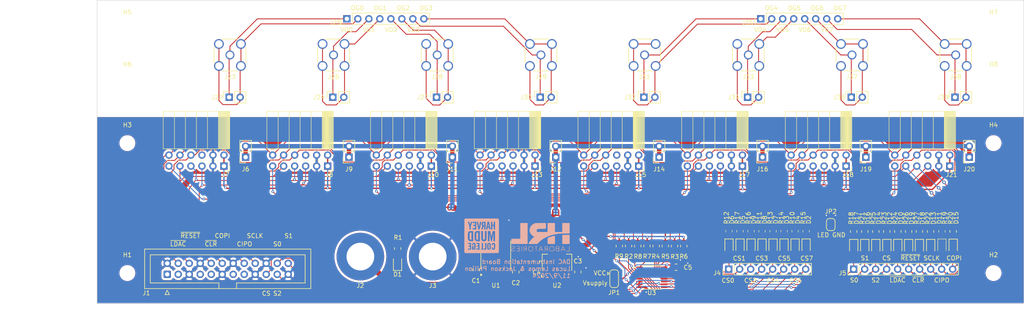
<source format=kicad_pcb>
(kicad_pcb (version 20240108) (generator "pcbnew") (generator_version "8.0")
  (layers (0 "F.Cu" signal) (31 "B.Cu" signal) (34 "B.Paste" user) (35 "F.Paste" user) (36 "B.SilkS" user "B.Silkscreen") (37 "F.SilkS" user "F.Silkscreen") (38 "B.Mask" user) (39 "F.Mask" user) (44 "Edge.Cuts" user))
  (net 0 "")
  (net 1 "/muxPower")
  (net 2 "GND")
  (net 3 "/supplyPower")
  (net 4 "/VCC")
  (net 5 "/IOVcc")
  (net 9 "/CIPO")
  (net 10 "/~{LDAC}")
  (net 11 "/~{CLR}")
  (net 12 "/CS_0")
  (net 13 "/SCLK")
  (net 14 "/OGND_2")
  (net 15 "/OGND_3")
  (net 16 "/OGND_5")
  (net 17 "/OGND_4")
  (net 18 "/OGND_1")
  (net 19 "/OGND_0")
  (net 20 "/OGND_6")
  (net 21 "/OGND_7")
  (net 22 "/Vout_0")
  (net 23 "/CS_1")
  (net 24 "/S0")
  (net 25 "/S2")
  (net 26 "/S1")
  (net 27 "/CS")
  (net 28 "/CS_2")
  (net 29 "/CS_3")
  (net 30 "/CS_4")
  (net 31 "/CS_6")
  (net 32 "/CS_5")
  (net 33 "/CS_7")
  (net 34 "/Vout_1")
  (net 35 "/Vout_2")
  (net 36 "/Vout_3")
  (net 37 "/Vout_4")
  (net 38 "/Vout_5")
  (net 39 "/Vout_6")
  (net 40 "/Vout_7")
  (net 41 "Net-(D10-K)")
  (net 45 "Net-(D7-K)")
  (net 46 "Net-(D8-K)")
  (net 47 "Net-(D9-K)")
  (net 48 "Net-(D11-K)")
  (net 49 "Net-(D12-K)")
  (net 50 "Net-(D13-K)")
  (net 51 "Net-(D14-K)")
  (net 52 "Net-(D16-K)")
  (net 53 "Net-(D17-K)")
  (net 54 "Net-(D18-K)")
  (net 55 "Net-(D19-K)")
  (net 56 "Net-(D1-A)")
  (net 57 "Net-(D2-K)")
  (net 58 "Net-(D3-K)")
  (net 59 "Net-(D4-K)")
  (net 60 "Net-(D5-K)")
  (net 61 "Net-(D6-K)")
  (net 62 "Net-(D15-K)")
  (net 63 "Net-(JP2-B)")
  (net 72 "/COPI")
  (net 73 "/~{RESET}")
  (footprint "Package_SO:TSSOP-16_4.4x5mm_P0.65mm" (layer "F.Cu") (at 168.0825 143.98)
    (property "Reference" "U3")
    (property "Value" "CD74HC4051E")
  )
  (footprint "Capacitor_SMD:C_0805_2012Metric" (layer "F.Cu") (at 151.02 142.75 90)
    (property "Reference" "C3")
    (property "Value" "10uF")
  )
  (footprint "Capacitor_SMD:C_0805_2012Metric" (layer "F.Cu") (at 127.5 142.24 -90)
    (property "Reference" "C1")
    (property "Value" "22uF")
  )
  (footprint "LED_SMD:LED_0805_2012Metric" (layer "F.Cu") (at 217.268888 136.9 -90)
    (property "Reference" "D16")
    (property "Value" "HSMA-C170")
  )
  (footprint "Connector_PinSocket_2.54mm:PinSocket_2x06_P2.54mm_Horizontal" (layer "F.Cu") (at 165.071428 118.3 -90)
    (property "Reference" "J15")
    (property "Value" "Conn_02x06_Odd_Even")
  )
  (footprint "Connector_PinHeader_2.54mm:PinHeader_1x08_P2.54mm_Vertical" (layer "F.Cu") (at 185.84 142.1 90)
    (property "Reference" "J4")
    (property "Value" "Conn_01x8")
  )
  (footprint "Resistor_SMD:R_0805_2012Metric" (layer "F.Cu") (at 222.353332 133.4 -90)
    (property "Reference" "R23")
    (property "Value" "2.2k")
  )
  (footprint "Connector_Coaxial:SMA_Amphenol_132134-16_Vertical" (layer "F.Cu") (at 94.602859 92.64)
    (property "Reference" "J26")
    (property "Value" "~")
  )
  (footprint "LED_SMD:LED_0805_2012Metric" (layer "F.Cu") (at 219.817776 136.9 -90)
    (property "Reference" "D14")
    (property "Value" "HSMA-C170")
  )
  (footprint "Connector_PinSocket_2.54mm:PinSocket_2x06_P2.54mm_Horizontal" (layer "F.Cu") (at 212.957142 118.3 -90)
    (property "Reference" "J18")
    (property "Value" "Conn_02x06_Odd_Even")
  )
  (footprint "MountingHole:MountingHole_3.2mm_M3" (layer "F.Cu") (at 247 99)
    (property "Reference" "H8")
    (property "Value" "MountingHole")
  )
  (footprint "Connector_PinSocket_2.54mm:PinSocket_2x06_P2.54mm_Horizontal" (layer "F.Cu") (at 117.185714 118.3 -90)
    (property "Reference" "J10")
    (property "Value" "Conn_02x06_Odd_Even")
  )
  (footprint "Connector_PinSocket_2.54mm:PinSocket_2x06_P2.54mm_Horizontal" (layer "F.Cu") (at 69.3 118.3 -90)
    (property "Reference" "J7")
    (property "Value" "Conn_02x06_Odd_Even")
  )
  (footprint "Jumper:SolderJumper-3_P1.3mm_Bridged12_RoundedPad1.0x1.5mm" (layer "F.Cu") (at 159.4 144.3 -90)
    (property "Reference" "JP1")
    (property "Value" "SolderJumper_3_Bridged12")
  )
  (footprint "Resistor_SMD:R_0805_2012Metric" (layer "F.Cu") (at 214.72 133.4 -90)
    (property "Reference" "R18")
    (property "Value" "2.2k")
  )
  (footprint "Capacitor_SMD:C_0805_2012Metric" (layer "F.Cu") (at 173.7 141.65)
    (property "Reference" "C5")
    (property "Value" "0.1uF")
  )
  (footprint "Resistor_SMD:R_0805_2012Metric" (layer "F.Cu") (at 193.548571 133.3375 -90)
    (property "Reference" "R11")
    (property "Value" "2.2k")
  )
  (footprint "MountingHole:MountingHole_3.2mm_M3" (layer "F.Cu") (at 47 143)
    (property "Reference" "H1")
    (property "Value" "MountingHole")
  )
  (footprint "Connector_Coaxial:SMA_Amphenol_132134-16_Vertical" (layer "F.Cu") (at 70.680002 92.64)
    (property "Reference" "J23")
    (property "Value" "~")
  )
  (footprint "MountingHole:MountingHole_3.2mm_M3" (layer "F.Cu") (at 247 113)
    (property "Reference" "H4")
    (property "Value" "MountingHole")
  )
  (footprint "Package_TO_SOT_SMD:SOT-223-3_TabPin2" (layer "F.Cu") (at 146.2 140.55 90)
    (property "Reference" "U2")
    (property "Value" "AMS1117-1.8")
  )
  (footprint "Resistor_SMD:R_0805_2012Metric" (layer "F.Cu") (at 224.895556 133.3875 -90)
    (property "Reference" "R24")
    (property "Value" "2.2k")
  )
  (footprint "LED_SMD:LED_0805_2012Metric" (layer "F.Cu") (at 237.686664 136.85 -90)
    (property "Reference" "D15")
    (property "Value" "HSMA-C170")
  )
  (footprint "MountingHole:MountingHole_3.2mm_M3" (layer "F.Cu") (at 47 99)
    (property "Reference" "H6")
    (property "Value" "MountingHole")
  )
  (footprint "Package_TO_SOT_SMD:TO-252-3_TabPin2" (layer "F.Cu") (at 132.0625 138.685 90)
    (property "Reference" "U1")
    (property "Value" "AZ1084-3.3")
  )
  (footprint "Capacitor_SMD:C_0805_2012Metric" (layer "F.Cu") (at 141.5 140.35 -90)
    (property "Reference" "C4")
    (property "Value" "22uF")
  )
  (footprint "Connector_PinSocket_2.54mm:PinSocket_1x02_P2.54mm_Vertical" (layer "F.Cu") (at 238.1 102.4 90)
    (property "Reference" "J39")
    (property "Value" "Conn_01x02")
  )
  (footprint "Resistor_SMD:R_0805_2012Metric" (layer "F.Cu") (at 173.34571 136.76 90)
    (property "Reference" "R3")
    (property "Value" "5.1k")
  )
  (footprint "Connector_PinSocket_2.54mm:PinSocket_1x02_P2.54mm_Vertical" (layer "F.Cu") (at 166.271429 102.4 90)
    (property "Reference" "J32")
    (property "Value" "Conn_01x02")
  )
  (footprint "Resistor_SMD:R_0805_2012Metric" (layer "F.Cu") (at 227.391112 133.4 -90)
    (property "Reference" "R26")
    (property "Value" "2.2k")
  )
  (footprint "LED_SMD:LED_0805_2012Metric" (layer "F.Cu") (at 224.886664 136.8875 -90)
    (property "Reference" "D10")
    (property "Value" "HSMA-C170")
  )
  (footprint "LED_SMD:LED_0805_2012Metric" (layer "F.Cu") (at 235.086664 136.825 -90)
    (property "Reference" "D11")
    (property "Value" "HSMA-C170")
  )
  (footprint "LED_SMD:LED_0805_2012Metric" (layer "F.Cu") (at 198.634285 136.8 -90)
    (property "Reference" "D3")
    (property "Value" "HSMA-C170")
  )
  (footprint "Resistor_SMD:R_0805_2012Metric" (layer "F.Cu") (at 237.668888 133.375 -90)
    (property "Reference" "R20")
    (property "Value" "2.2k")
  )
  (footprint "Resistor_SMD:R_0805_2012Metric" (layer "F.Cu") (at 166.972855 136.76 90)
    (property "Reference" "R7")
    (property "Value" "5.1k")
  )
  (footprint "Connector_PinSocket_2.54mm:PinSocket_1x02_P2.54mm_Vertical" (layer "F.Cu") (at 74.3 116.24 180)
    (property "Reference" "J6")
    (property "Value" "Conn_01x02")
  )
  (footprint "Connector_PinHeader_2.54mm:PinHeader_1x08_P2.54mm_Vertical" (layer "F.Cu") (at 193.24 84.3 90)
    (property "Reference" "J35")
    (property "Value" "Conn_01x8")
  )
  (footprint "Capacitor_SMD:C_0805_2012Metric" (layer "F.Cu") (at 136.68 142.77 90)
    (property "Reference" "C2")
    (property "Value" "10uF")
  )
  (footprint "Connector_PinSocket_2.54mm:PinSocket_2x06_P2.54mm_Horizontal" (layer "F.Cu") (at 236.9 118.3 -90)
    (property "Reference" "J21")
    (property "Value" "Conn_02x06_Odd_Even")
  )
  (footprint "Connector_Coaxial:SMA_Amphenol_132134-16_Vertical" (layer "F.Cu") (at 214.317144 92.64)
    (property "Reference" "J37")
    (property "Value" "~")
  )
  (footprint "LED_SMD:LED_0805_2012Metric" (layer "F.Cu") (at 188.462857 136.8 -90)
    (property "Reference" "D5")
    (property "Value" "HSMA-C170")
  )
  (footprint "Connector_PinSocket_2.54mm:PinSocket_1x02_P2.54mm_Vertical" (layer "F.Cu") (at 122.042856 116.24 180)
    (property "Reference" "J11")
    (property "Value" "Conn_01x02")
  )
  (footprint "Resistor_SMD:R_0805_2012Metric" (layer "F.Cu") (at 175.47 136.76 90)
    (property "Reference" "R6")
    (property "Value" "5.1k")
  )
  (footprint "Connector_PinSocket_2.54mm:PinSocket_1x02_P2.54mm_Vertical" (layer "F.Cu") (at 241.4 116.24 180)
    (property "Reference" "J20")
    (property "Value" "Conn_01x02")
  )
  (footprint "Connector_PinSocket_2.54mm:PinSocket_1x02_P2.54mm_Vertical" (layer "F.Cu") (at 193.65714 116.24 180)
    (property "Reference" "J16")
    (property "Value" "Conn_01x02")
  )
  (footprint "Connector_Coaxial:SMA_Amphenol_132134-16_Vertical" (layer "F.Cu") (at 118.540002 92.64)
    (property "Reference" "J28")
    (property "Value" "~")
  )
  (footprint "Connector_PinSocket_2.54mm:PinSocket_1x02_P2.54mm_Vertical" (layer "F.Cu") (at 98.171428 116.24 180)
    (property "Reference" "J9")
    (property "Value" "Conn_01x02")
  )
  (footprint "Connector_IDC:IDC-Header_2x12_P2.54mm_Vertical" (layer "F.Cu") (at 56.2 143.3 90)
    (property "Reference" "J1")
    (property "Value" "Conn_02x12_Odd_Even")
  )
  (footprint "Connector_PinSocket_2.54mm:PinSocket_1x02_P2.54mm_Vertical" (layer "F.Cu") (at 70.500001 102.4 90)
    (property "Reference" "J22")
    (property "Value" "Conn_01x02")
  )
  (footprint "Connector_PinHeader_2.54mm:PinHeader_1x08_P2.54mm_Vertical" (layer "F.Cu") (at 97.68 84.3 90)
    (property "Reference" "J25")
    (property "Value" "Conn_01x8")
  )
  (footprint "MountingHole:MountingHole_3.2mm_M3" (layer "F.Cu") (at 47 113)
    (property "Reference" "H3")
    (property "Value" "MountingHole")
  )
  (footprint "Resistor_SMD:R_0805_2012Metric" (layer "F.Cu") (at 201.177142 133.3375 90)
    (property "Reference" "R10")
    (property "Value" "2.2k")
  )
  (footprint "Resistor_SMD:R_0805_2012Metric" (layer "F.Cu") (at 196.091428 133.3375 -90)
    (property "Reference" "R13")
    (property "Value" "2.2k")
  )
  (footprint "Connector_PinSocket_2.54mm:PinSocket_2x06_P2.54mm_Horizontal" (layer "F.Cu") (at 141.128571 118.2875 -90)
    (property "Reference" "J13")
    (property "Value" "Conn_02x06_Odd_Even")
  )
  (footprint "LED_SMD:LED_0805_2012Metric" (layer "F.Cu") (at 229.886664 136.9 -90)
    (property "Reference" "D18")
    (property "Value" "HSMA-C170")
  )
  (footprint "Resistor_SMD:R_0805_2012Metric" (layer "F.Cu") (at 217.264444 133.4 -90)
    (property "Reference" "R21")
    (property "Value" "2.2k")
  )
  (footprint "MountingHole:MountingHole_3.2mm_M3" (layer "F.Cu") (at 247 143)
    (property "Reference" "H2")
    (property "Value" "MountingHole")
  )
  (footprint "MountingHole:MountingHole_3.2mm_M3" (layer "F.Cu") (at 247 87)
    (property "Reference" "H7")
    (property "Value" "MountingHole")
  )
  (footprint "LED_SMD:LED_0805_2012Metric" (layer "F.Cu") (at 196.091428 136.8 -90)
    (property "Reference" "D7")
    (property "Value" "HSMA-C170")
  )
  (footprint "Resistor_SMD:R_0805_2012Metric" (layer "F.Cu") (at 164.84857 136.76 90)
    (property "Reference" "R8")
    (property "Value" "5.1k")
  )
  (footprint "MountingHole:MountingHole_6.4mm_M6_DIN965_Pad" (layer "F.Cu") (at 117.5 139.2 180)
    (property "Reference" "J3")
    (property "Value" "Banana")
  )
  (footprint "Connector_PinSocket_2.54mm:PinSocket_1x02_P2.54mm_Vertical" (layer "F.Cu") (at 214.157143 102.4 90)
    (property "Reference" "J36")
    (property "Value" "Conn_01x02")
  )
  (footprint "Resistor_SMD:R_0805_2012Metric" (layer "F.Cu") (at 171.221425 136.76 90)
    (property "Reference" "R5")
    (property "Value" "5.1k")
  )
  (footprint "Resistor_SMD:R_0805_2012Metric" (layer "F.Cu") (at 198.634285 133.3375 -90)
    (property "Reference" "R14")
    (property "Value" "2.2k")
  )
  (footprint "Connector_PinSocket_2.54mm:PinSocket_1x02_P2.54mm_Vertical" (layer "F.Cu") (at 217.528568 116.24 180)
    (property "Reference" "J19")
    (property "Value" "Conn_01x02")
  )
  (footprint "MountingHole:MountingHole_6.4mm_M6_DIN965_Pad" (layer "F.Cu") (at 100.8 139.2 180)
    (property "Reference" "J2")
    (property "Value" "Banana")
  )
  (footprint "Connector_Coaxial:SMA_Amphenol_132134-16_Vertical" (layer "F.Cu") (at 238.260001 92.64)
    (property "Reference" "J38")
    (property "Value" "~")
  )
  (footprint "Connector_PinSocket_2.54mm:PinSocket_1x02_P2.54mm_Vertical" (layer "F.Cu") (at 142.328572 102.4 90)
    (property "Reference" "J30")
    (property "Value" "Conn_01x02")
  )
  (footprint "Connector_PinSocket_2.54mm:PinSocket_1x02_P2.54mm_Vertical" (layer "F.Cu") (at 190.214286 102.4 90)
    (property "Reference" "J34")
    (property "Value" "Conn_01x02")
  )
  (footprint "LED_SMD:LED_0805_2012Metric" (layer "F.Cu") (at 191.005714 136.8 -90)
    (property "Reference" "D9")
    (property "Value" "HSMA-C170")
  )
  (footprint "Connector_Coaxial:SMA_Amphenol_132134-16_Vertical" (layer "F.Cu") (at 142.488573 92.64)
    (property "Reference" "J29")
    (property "Value" "~")
  )
  (footprint "Resistor_SMD:R_0805_2012Metric" (layer "F.Cu") (at 169.09714 136.76 90)
    (property "Reference" "R4")
    (property "Value" "5.1k")
  )
  (footprint "Resistor_SMD:R_0805_2012Metric" (layer "F.Cu") (at 191.005714 133.3375 -90)
    (property "Reference" "R16")
    (property "Value" "2.2k")
  )
  (footprint "Connector_PinSocket_2.54mm:PinSocket_1x02_P2.54mm_Vertical" (layer "F.Cu") (at 118.385715 102.4 90)
    (property "Reference" "J27")
    (property "Value" "Conn_01x02")
  )
  (footprint "Connector_PinHeader_2.54mm:PinHeader_1x10_P2.54mm_Vertical" (layer "F.Cu") (at 214.7 142.1 90)
    (property "Reference" "J5")
    (property "Value" "Conn_01x10")
  )
  (footprint "LED_SMD:LED_0805_2012Metric" (layer "F.Cu") (at 201.177142 136.8 -90)
    (property "Reference" "D4")
    (property "Value" "HSMA-C170")
  )
  (footprint "Resistor_SMD:R_0805_2012Metric" (layer "F.Cu") (at 203.72 133.3375 90)
    (property "Reference" "R15")
    (property "Value" "2.2k")
  )
  (footprint "Resistor_SMD:R_0805_2012Metric" (layer "F.Cu") (at 162.724285 136.76 90)
    (property "Reference" "R2")
    (property "Value" "5.1k")
  )
  (footprint "Connector_PinSocket_2.54mm:PinSocket_1x02_P2.54mm_Vertical" (layer "F.Cu") (at 169.785712 116.24 180)
    (property "Reference" "J14")
    (property "Value" "Conn_01x02")
  )
  (footprint "Connector_PinSocket_2.54mm:PinSocket_2x06_P2.54mm_Horizontal" (layer "F.Cu") (at 93.242857 118.3 -90)
    (property "Reference" "J8")
    (property "Value" "Conn_02x06_Odd_Even")
  )
  (footprint "Resistor_SMD:R_0805_2012Metric" (layer "F.Cu") (at 109.41 137.3375 90)
    (property "Reference" "R1")
    (property "Value" "5.1k")
  )
  (footprint "Resistor_SMD:R_0805_2012Metric" (layer "F.Cu") (at 235.08 133.365 -90)
    (property "Reference" "R19")
    (property "Value" "2.2k")
  )
  (footprint "Connector_Coaxial:SMA_Amphenol_132134-16_Vertical" (layer "F.Cu") (at 190.374287 92.64)
    (property "Reference" "J33")
    (property "Value" "~")
  )
  (footprint "LED_SMD:LED_0805_2012Metric" (layer "F.Cu") (at 185.92 136.8 -90)
    (property "Reference" "D6")
    (property "Value" "HSMA-C170")
  )
  (footprint "Resistor_SMD:R_0805_2012Metric" (layer "F.Cu") (at 229.886664 133.4 -90)
    (property "Reference" "R27")
    (property "Value" "2.2k")
  )
  (footprint "LED_SMD:LED_0805_2012Metric" (layer "F.Cu") (at 109.38 140.7175 90)
    (property "Reference" "D1")
    (property "Value" "HSMA-C170")
  )
  (footprint "Resistor_SMD:R_0805_2012Metric" (layer "F.Cu") (at 219.808888 133.4 -90)
    (property "Reference" "R25")
    (property "Value" "2.2k")
  )
  (footprint "Jumper:SolderJumper-2_P1.3mm_Bridged_RoundedPad1.0x1.5mm" (layer "F.Cu") (at 209.42 131.8 -90)
    (property "Reference" "JP2")
    (property "Value" "SolderJumper_2_Bridged")
  )
  (footprint "LED_SMD:LED_0805_2012Metric" (layer "F.Cu") (at 203.72 136.8 -90)
    (property "Reference" "D2")
    (property "Value" "HSMA-C170")
  )
  (footprint "Connector_PinSocket_2.54mm:PinSocket_1x02_P2.54mm_Vertical" (layer "F.Cu") (at 145.914284 116.24 180)
    (property "Reference" "J12")
    (property "Value" "Conn_01x02")
  )
  (footprint "Connector_PinSocket_2.54mm:PinSocket_2x06_P2.54mm_Horizontal" (layer "F.Cu") (at 189.014285 118.3 -90)
    (property "Reference" "J17")
    (property "Value" "Conn_02x06_Odd_Even")
  )
  (footprint "MountingHole:MountingHole_3.2mm_M3" (layer "F.Cu") (at 47 87)
    (property "Reference" "H5")
    (property "Value" "MountingHole")
  )
  (footprint "LED_SMD:LED_0805_2012Metric" (layer "F.Cu") (at 227.386664 136.9 -90)
    (property "Reference" "D19")
    (property "Value" "HSMA-C170")
  )
  (footprint "LED_SMD:LED_0805_2012Metric" (layer "F.Cu") (at 232.486664 136.9 -90)
    (property "Reference" "D13")
    (property "Value" "HSMA-C170")
  )
  (footprint "Resistor_SMD:R_0805_2012Metric" (layer "F.Cu") (at 160.6 136.76 90)
    (property "Reference" "R9")
    (property "Value" "5.1k")
  )
  (footprint "Connector_Coaxial:SMA_Amphenol_132134-16_Vertical" (layer "F.Cu") (at 166.43143 92.64)
    (property "Reference" "J31")
    (property "Value" "~")
  )
  (footprint "Resistor_SMD:R_0805_2012Metric" (layer "F.Cu") (at 232.464444 133.4 -90)
    (property "Reference" "R22")
    (property "Value" "2.2k")
  )
  (footprint "LED_SMD:LED_0805_2012Metric" (layer "F.Cu") (at 193.548571 136.8 -90)
    (property "Reference" "D8")
    (property "Value" "HSMA-C170")
  )
  (footprint "LED_SMD:LED_0805_2012Metric" (layer "F.Cu") (at 214.72 136.9 -90)
    (property "Reference" "D17")
    (property "Value" "HSMA-C170")
  )
  (footprint "Connector_PinSocket_2.54mm:PinSocket_1x02_P2.54mm_Vertical" (layer "F.Cu") (at 94.442858 102.4 90)
    (property "Reference" "J24")
    (property "Value" "Conn_01x02")
  )
  (footprint "Resistor_SMD:R_0805_2012Metric" (layer "F.Cu") (at 188.462857 133.3375 -90)
    (property "Reference" "R17")
    (property "Value" "2.2k")
  )
  (footprint "LED_SMD:LED_0805_2012Metric" (layer "F.Cu") (at 222.366664 136.9 -90)
    (property "Reference" "D12")
    (property "Value" "HSMA-C170")
  )
  (footprint "Resistor_SMD:R_0805_2012Metric" (layer "F.Cu") (at 185.92 133.3375 -90)
    (property "Reference" "R12")
    (property "Value" "2.2k")
  )
  (footprint "LOGO" (layer "B.Cu") (at 128.8 134.4 180)
    (property "Reference" "G***" (hide yes))
    (property "Value" "LOGO" (hide yes))
  )
  (footprint "LOGO" (layer "B.Cu") (at 142.4 134.7 180)
    (property "Reference" "G***" (hide yes))
    (property "Value" "LOGO" (hide yes))
  )
  (gr_rect (start 40 80) (end 254 150) (stroke (width 0.1)) (fill none) (layer "Edge.Cuts"))
  (gr_text "DAC Instrumentation Board\nLucas Lemos & Jackson Philion\n11/9/2024" (at 149.4 144.2 0) (layer "B.SilkS") (effects (font (size 1 1)) (justify left bottom mirror)))
  (gr_text "~{LDAC}" (at 56.786664 136.8875 0) (layer "F.SilkS") (effects (font (size 1 1)) (justify left bottom)))
  (gr_text "S0    S2   ~{LDAC}  ~{CLR}   CIPO" (at 213.77 145.24 0) (layer "F.SilkS") (effects (font (size 1 1)) (justify left bottom)))
  (gr_text "VO4   VO5   VO6   VO7" (at 191.6 87.4 0) (layer "F.SilkS") (effects (font (size 1 1)) (justify left bottom)))
  (gr_text "CS" (at 77.986664 148.2875 0) (layer "F.SilkS") (effects (font (size 1 1)) (justify left bottom)))
  (gr_text "S1" (at 83.186664 134.9875 0) (layer "F.SilkS") (effects (font (size 1 1)) (justify left bottom)))
  (gr_text "SCLK" (at 74.486664 134.9875 0) (layer "F.SilkS") (effects (font (size 1 1)) (justify left bottom)))
  (gr_text "OG4   OG5   OG6   OG7" (at 194.1 82.4 0) (layer "F.SilkS") (effects (font (size 1 1)) (justify left bottom)))
  (gr_text "VCC" (at 154.586664 143.5875 0) (layer "F.SilkS") (effects (font (size 1 1)) (justify left bottom)))
  (gr_text "S1    CS   ~{RESET} SCLK  COPI" (at 216.27 140.14 0) (layer "F.SilkS") (effects (font (size 1 1)) (justify left bottom)))
  (gr_text "~{CLR}" (at 64.786664 136.8875 0) (layer "F.SilkS") (effects (font (size 1 1)) (justify left bottom)))
  (gr_text "~{RESET}" (at 59.186664 134.9875 0) (layer "F.SilkS") (effects (font (size 1 1)) (justify left bottom)))
  (gr_text "VO0   VO1   VO2   VO3" (at 96.1 87.4 0) (layer "F.SilkS") (effects (font (size 1 1)) (justify left bottom)))
  (gr_text "S0" (at 80.586664 136.8875 0) (layer "F.SilkS") (effects (font (size 1 1)) (justify left bottom)))
  (gr_text "CS0   CS2   CS4   CS6" (at 184.14 145.3 0) (layer "F.SilkS") (effects (font (size 1 1)) (justify left bottom)))
  (gr_text "CS1   CS3   CS5   CS7" (at 186.74 140.2 0) (layer "F.SilkS") (effects (font (size 1 1)) (justify left bottom)))
  (gr_text "S2" (at 80.586664 148.2875 0) (layer "F.SilkS") (effects (font (size 1 1)) (justify left bottom)))
  (gr_text "Vsupply" (at 152.086664 145.8875 0) (layer "F.SilkS") (effects (font (size 1 1)) (justify left bottom)))
  (gr_text "CIPO" (at 72.186664 136.8875 0) (layer "F.SilkS") (effects (font (size 1 1)) (justify left bottom)))
  (gr_text "COPI" (at 67.086664 134.9875 0) (layer "F.SilkS") (effects (font (size 1 1)) (justify left bottom)))
  (gr_text "LED GND" (at 206.186664 134.7875 0) (layer "F.SilkS") (effects (font (size 1 1)) (justify left bottom)))
  (gr_text "OG0   OG1   OG2   OG3" (at 98.5 82.4 0) (layer "F.SilkS") (effects (font (size 1 1)) (justify left bottom)))
  (segment (start 171.56 141.09) (end 170.945 141.705) (width 0.2) (layer "F.Cu") (net 1))
  (segment (start 171.62 141.09) (end 171.56 141.09) (width 0.2) (layer "F.Cu") (net 1))
  (segment (start 172.19 141.09) (end 172.75 141.65) (width 0.2) (layer "F.Cu") (net 1))
  (segment (start 171.62 141.09) (end 172.19 141.09) (width 0.2) (layer "F.Cu") (net 1))
  (segment (start 161.41 144.3) (end 162.48 143.23) (width 0.3) (layer "F.Cu") (net 1))
  (segment (start 159.4 144.3) (end 161.41 144.3) (width 0.3) (layer "F.Cu") (net 1))
  (via (at 162.48 143.23) (size 0.6) (drill 0.3) (layers "F.Cu" "B.Cu") (net 1))
  (via (at 171.62 141.09) (size 0.6) (drill 0.3) (layers "F.Cu" "B.Cu") (net 1))
  (segment (start 162.48 143.23) (end 164.62 141.09) (width 0.2) (layer "B.Cu") (net 1))
  (segment (start 164.62 141.09) (end 171.62 141.09) (width 0.2) (layer "B.Cu") (net 1))
  (segment (start 129.7825 143.725) (end 128.035 143.725) (width 1.3) (layer "F.Cu") (net 2))
  (segment (start 128.035 143.725) (end 127.5 143.19) (width 1.3) (layer "F.Cu") (net 2))
  (segment (start 141.5 141.3) (end 143.9 143.7) (width 1.3) (layer "F.Cu") (net 2))
  (via (at 208.4 129.7) (size 0.6) (drill 0.3) (layers "F.Cu" "B.Cu") (net 2))
  (via (at 174.7 140) (size 0.6) (drill 0.3) (layers "F.Cu" "B.Cu") (net 2))
  (via (at 135.1 130.8) (size 0.6) (drill 0.3) (layers "F.Cu" "B.Cu") (net 2))
  (via (at 151.1 139.2) (size 0.6) (drill 0.3) (layers "F.Cu" "B.Cu") (net 2))
  (via (at 166.8 147.4) (size 0.6) (drill 0.3) (layers "F.Cu" "B.Cu") (net 2))
  (via (at 176.4 140.7) (size 0.6) (drill 0.3) (layers "F.Cu" "B.Cu") (net 2))
  (via (at 210.5 129.7) (size 0.6) (drill 0.3) (layers "F.Cu" "B.Cu") (net 2))
  (via (at 152.9 141.8) (size 0.6) (drill 0.3) (layers "F.Cu" "B.Cu") (net 2))
  (segment (start 136.675 143.725) (end 136.68 143.72) (width 1.3) (layer "F.Cu") (net 3))
  (segment (start 134.3425 144.207562) (end 134.3425 143.725) (width 1.3) (layer "F.Cu") (net 3))
  (segment (start 159.4 145.6) (end 152.92 145.6) (width 0.3) (layer "F.Cu") (net 3))
  (segment (start 100.8 138.8) (end 107.675 145.675) (width 1.3) (layer "F.Cu") (net 3))
  (segment (start 134.3425 143.725) (end 136.675 143.725) (width 1.3) (layer "F.Cu") (net 3))
  (segment (start 132.875062 145.675) (end 134.3425 144.207562) (width 1.3) (layer "F.Cu") (net 3))
  (segment (start 132.875062 145.675) (end 148.025 145.675) (width 1.3) (layer "F.Cu") (net 3))
  (segment (start 152.92 145.6) (end 151.02 143.7) (width 0.3) (layer "F.Cu") (net 3))
  (segment (start 148.025 145.675) (end 148.5 145.2) (width 1.3) (layer "F.Cu") (net 3))
  (segment (start 107.675 145.675) (end 132.875062 145.675) (width 1.3) (layer "F.Cu") (net 3))
  (segment (start 148.5 145.2) (end 148.5 143.7) (width 1.3) (layer "F.Cu") (net 3))
  (segment (start 148.5 143.7) (end 151.02 143.7) (width 1.3) (layer "F.Cu") (net 3))
  (segment (start 109.41 136.425) (end 109.41 131.69) (width 0.3) (layer "F.Cu") (net 4))
  (segment (start 154.8 137.8) (end 159.4 142.4) (width 0.3) (layer "F.Cu") (net 4))
  (segment (start 74.3 116.24) (end 74.3 113.7) (width 1) (layer "F.Cu") (net 4))
  (segment (start 98.171428 116.24) (end 98.171428 113.7) (width 1) (layer "F.Cu") (net 4))
  (segment (start 122.03 127.69) (end 122.45 128.11) (width 1) (layer "F.Cu") (net 4))
  (segment (start 122.042856 113.7) (end 122.042856 116.24) (width 1) (layer "F.Cu") (net 4))
  (segment (start 109.41 131.69) (end 113.3 127.8) (width 0.3) (layer "F.Cu") (net 4))
  (segment (start 113.3 127.8) (end 121.06 127.8) (width 0.3) (layer "F.Cu") (net 4))
  (segment (start 159.4 142.4) (end 159.4 143) (width 0.3) (layer "F.Cu") (net 4))
  (segment (start 217.528568 113.7) (end 217.528568 116.24) (width 1) (layer "F.Cu") (net 4))
  (segment (start 146.25 128.685) (end 146.24 129.315) (width 1) (layer "F.Cu") (net 4))
  (segment (start 130.5375 135.7775) (end 122.47 127.71) (width 1) (layer "F.Cu") (net 4))
  (segment (start 122.12 128.11) (end 122.12 127.78) (width 1) (layer "F.Cu") (net 4))
  (segment (start 122.45 128.11) (end 122.12 128.11) (width 1) (layer "F.Cu") (net 4))
  (segment (start 145.61 128.705) (end 145.61 129.315) (width 1) (layer "F.Cu") (net 4))
  (segment (start 152.2125 135.2875) (end 146.24 129.315) (width 0.3) (layer "F.Cu") (net 4))
  (segment (start 241.4 113.7) (end 241.4 116.24) (width 1) (layer "F.Cu") (net 4))
  (segment (start 127.5 141.29) (end 128.3475 141.29) (width 1) (layer "F.Cu") (net 4))
  (segment (start 145.61 128.925) (end 145.61 129.4) (width 1) (layer "F.Cu") (net 4))
  (segment (start 145.914284 113.7) (end 145.914284 116.24) (width 1) (layer "F.Cu") (net 4))
  (segment (start 169.785712 113.7) (end 169.785712 116.24) (width 1) (layer "F.Cu") (net 4))
  (segment (start 145.61 129.4) (end 139.26 135.75) (width 1) (layer "F.Cu") (net 4))
  (segment (start 132.0625 137.425) (end 132.0625 143.725) (width 1) (layer "F.Cu") (net 4))
  (segment (start 193.65714 113.7) (end 193.65714 116.24) (width 1) (layer "F.Cu") (net 4))
  (segment (start 145.59 128.685) (end 145.59 129.325) (width 1) (layer "F.Cu") (net 4))
  (segment (start 133.5875 135.75) (end 139.26 135.75) (width 1) (layer "F.Cu") (net 4))
  (segment (start 122.13 127.48) (end 121.43 127.49) (width 1) (layer "F.Cu") (net 4))
  (segment (start 128.3475 141.29) (end 130.5375 139.1) (width 1) (layer "F.Cu") (net 4))
  (segment (start 145.57 128.665) (end 145.61 128.705) (width 1) (layer "F.Cu") (net 4))
  (segment (start 145.61 129.315) (end 145.62 129.325) (width 1) (layer "F.Cu") (net 4))
  (segment (start 121.43 127.49) (end 121.37 128.11) (width 1) (layer "F.Cu") (net 4))
  (segment (start 122.03 127.69) (end 122.13 127.48) (width 1) (layer "F.Cu") (net 4))
  (segment (start 122.12 127.78) (end 122.03 127.69) (width 1) (layer "F.Cu") (net 4))
  (segment (start 145.57 128.665) (end 145.59 128.685) (width 1) (layer "F.Cu") (net 4))
  (segment (start 145.62 129.325) (end 146.23 129.325) (width 1) (layer "F.Cu") (net 4))
  (segment (start 121.06 127.8) (end 121.37 128.11) (width 0.3) (layer "F.Cu") (net 4))
  (segment (start 146.23 129.325) (end 146.25 128.685) (width 1) (layer "F.Cu") (net 4))
  (via (at 121.43 127.49) (size 0.6) (drill 0.3) (layers "F.Cu" "B.Cu") (net 4))
  (via (at 152.2125 135.2875) (size 0.6) (drill 0.3) (layers "F.Cu" "B.Cu") (net 4))
  (via (at 145.57 128.665) (size 0.6) (drill 0.3) (layers "F.Cu" "B.Cu") (net 4))
  (via (at 146.25 128.685) (size 0.6) (drill 0.3) (layers "F.Cu" "B.Cu") (net 4))
  (via (at 121.37 128.11) (size 0.6) (drill 0.3) (layers "F.Cu" "B.Cu") (net 4))
  (via (at 154.8 137.8) (size 0.6) (drill 0.3) (layers "F.Cu" "B.Cu") (net 4))
  (via (at 122.13 127.48) (size 0.6) (drill 0.3) (layers "F.Cu" "B.Cu") (net 4))
  (via (at 122.12 128.11) (size 0.6) (drill 0.3) (layers "F.Cu" "B.Cu") (net 4))
  (via (at 146.24 129.315) (size 0.6) (drill 0.3) (layers "F.Cu" "B.Cu") (net 4))
  (via (at 145.61 129.315) (size 0.6) (drill 0.3) (layers "F.Cu" "B.Cu") (net 4))
  (segment (start 193.65714 113.7) (end 217.528568 113.7) (width 1) (layer "B.Cu") (net 4))
  (segment (start 169.785712 113.7) (end 193.65714 113.7) (width 1) (layer "B.Cu") (net 4))
  (segment (start 145.914284 113.7) (end 169.785712 113.7) (width 1) (layer "B.Cu") (net 4))
  (segment (start 122.042856 116.24) (end 122.042856 127.507144) (width 1) (layer "B.Cu") (net 4))
  (segment (start 98.171428 113.7) (end 122.042856 113.7) (width 1) (layer "B.Cu") (net 4))
  (segment (start 122.042856 127.507144) (end 121.75 127.8) (width 1) (layer "B.Cu") (net 4))
  (segment (start 145.914284 128.929284) (end 145.95 128.965) (width 1) (layer "B.Cu") (net 4))
  (segment (start 152.2875 135.2875) (end 154.8 137.8) (width 0.3) (layer "B.Cu") (net 4))
  (segment (start 217.528568 113.7) (end 241.4 113.7) (width 1) (layer "B.Cu") (net 4))
  (segment (start 98.171428 113.7) (end 74.3 113.7) (width 1) (layer "B.Cu") (net 4))
  (segment (start 152.2125 135.2875) (end 152.2875 135.2875) (width 0.3) (layer "B.Cu") (net 4))
  (segment (start 145.914284 116.85) (end 145.914284 128.929284) (width 1) (layer "B.Cu") (net 4))
  (segment (start 141.086664 123.29) (end 141.234164 123.4375) (width 0.3) (layer "F.Cu") (net 5))
  (segment (start 164.83 134.72) (end 164.83 135.82893) (width 0.3) (layer "F.Cu") (net 5))
  (segment (start 189.086664 123.5875) (end 189.186664 123.6875) (width 0.3) (layer "F.Cu") (net 5))
  (segment (start 160.58 134.72) (end 160.58 135.8275) (width 0.3) (layer "F.Cu") (net 5))
  (segment (start 141.086664 123.29) (end 140.939164 123.4375) (width 0.3) (layer "F.Cu") (net 5))
  (segment (start 158.6 134.54) (end 156.839997 134.54) (width 0.3) (layer "F.Cu") (net 5))
  (segment (start 171.201425 127.632179) (end 175.146104 123.6875) (width 0.3) (layer "F.Cu") (net 5))
  (segment (start 212.686664 123.6875) (end 212.886664 123.4875) (width 0.3) (layer "F.Cu") (net 5))
  (segment (start 144.2 139.4) (end 146.2 137.4) (width 0.3) (layer "F.Cu") (net 5))
  (segment (start 165.071428 118.3) (end 165.071428 115.76) (width 0.3) (layer "F.Cu") (net 5))
  (segment (start 175.46 134.72) (end 175.46 135.8375) (width 0.3) (layer "F.Cu") (net 5))
  (segment (start 162.74 135.831785) (end 162.724285 135.8475) (width 0.3) (layer "F.Cu") (net 5))
  (segment (start 171.221425 127.652179) (end 171.201425 127.632179) (width 0.3) (layer "F.Cu") (net 5))
  (segment (start 141.234164 123.4375) (end 165.036664 123.4375) (width 0.3) (layer "F.Cu") (net 5))
  (segment (start 213.086664 123.6875) (end 232.886664 123.6875) (width 0.3) (layer "F.Cu") (net 5))
  (segment (start 117.185714 118.3) (end 117.185714 115.76) (width 0.3) (layer "F.Cu") (net 5))
  (segment (start 212.957142 118.3) (end 212.957142 115.76) (width 0.3) (layer "F.Cu") (net 5))
  (segment (start 165.036664 123.4375) (end 165.086664 123.3875) (width 0.3) (layer "F.Cu") (net 5))
  (segment (start 173.36 134.72) (end 173.36 135.83321) (width 0.3) (layer "F.Cu") (net 5))
  (segment (start 171.221425 135.8475) (end 169.09714 135.8475) (width 0.3) (layer "F.Cu") (net 5))
  (segment (start 188.986664 123.6875) (end 189.086664 123.5875) (width 0.3) (layer "F.Cu") (net 5))
  (segment (start 93.242857 118.3) (end 93.242857 115.76) (width 0.3) (layer "F.Cu") (net 5))
  (segment (start 175.146104 123.6875) (end 188.986664 123.6875) (width 0.3) (layer "F.Cu") (net 5))
  (segment (start 173.36 135.83321) (end 173.34571 135.8475) (width 0.3) (layer "F.Cu") (net 5))
  (segment (start 171.221425 134.731425) (end 171.221425 127.652179) (width 0.3) (layer "F.Cu") (net 5))
  (segment (start 69.834164 123.4375) (end 69.686664 123.29) (width 0.3) (layer "F.Cu") (net 5))
  (segment (start 141.128571 118.2875) (end 141.128571 115.7475) (width 0.3) (layer "F.Cu") (net 5))
  (segment (start 69.3 118.3) (end 69.3 115.76) (width 0.3) (layer "F.Cu") (net 5))
  (segment (start 171.221425 134.731425) (end 171.221425 135.8475) (width 0.3) (layer "F.Cu") (net 5))
  (segment (start 236.9 119.674164) (end 236.9 118.3) (width 0.3) (layer "F.Cu") (net 5))
  (segment (start 160.58 135.8275) (end 160.6 135.8475) (width 0.3) (layer "F.Cu") (net 5))
  (segment (start 167.03 135.790355) (end 166.972855 135.8475) (width 0.3) (layer "F.Cu") (net 5))
  (segment (start 175.46 135.8375) (end 175.47 135.8475) (width 0.3) (layer "F.Cu") (net 5))
  (segment (start 140.939164 123.4375) (end 69.834164 123.4375) (width 0.3) (layer "F.Cu") (net 5))
  (segment (start 212.886664 123.4875) (end 213.086664 123.6875) (width 0.3) (layer "F.Cu") (net 5))
  (segment (start 156.839997 134.54) (end 153.729997 137.65) (width 0.3) (layer "F.Cu") (net 5))
  (segment (start 236.9 118.3) (end 236.9 115.76) (width 0.3) (layer "F.Cu") (net 5))
  (segment (start 153.729997 137.65) (end 146.2 137.65) (width 0.3) (layer "F.Cu") (net 5))
  (segment (start 162.74 134.72) (end 162.74 135.831785) (width 0.3) (layer "F.Cu") (net 5))
  (segment (start 232.886664 123.6875) (end 236.9 119.674164) (width 0.3) (layer "F.Cu") (net 5))
  (segment (start 165.086664 123.3875) (end 165.136664 123.4375) (width 0.3) (layer "F.Cu") (net 5))
  (segment (start 146.2 143.7) (end 146.2 137.4) (width 0.3) (layer "F.Cu") (net 5))
  (segment (start 167.03 134.72) (end 167.03 135.790355) (width 0.3) (layer "F.Cu") (net 5))
  (segment (start 164.83 135.82893) (end 164.84857 135.8475) (width 0.3) (layer "F.Cu") (net 5))
  (segment (start 165.136664 123.4375) (end 167.006746 123.4375) (width 0.3) (layer "F.Cu") (net 5))
  (segment (start 141.5 139.4) (end 144.2 139.4) (width 0.3) (layer "F.Cu") (net 5))
  (segment (start 189.186664 123.6875) (end 212.686664 123.6875) (width 0.3) (layer "F.Cu") (net 5))
  (segment (start 189.014285 118.3) (end 189.014285 115.76) (width 0.3) (layer "F.Cu") (net 5))
  (segment (start 167.006746 123.4375) (end 171.201425 127.632179) (width 0.3) (layer "F.Cu") (net 5))
  (via (at 162.74 134.72) (size 0.6) (drill 0.3) (layers "F.Cu" "B.Cu") (net 5))
  (via (at 117.204173 123.416314) (size 0.6) (drill 0.3) (layers "F.Cu" "B.Cu") (net 5))
  (via (at 93.229685 123.33905) (size 0.6) (drill 0.3) (layers "F.Cu" "B.Cu") (net 5))
  (via (at 171.221425 134.731425) (size 0.6) (drill 0.3) (layers "F.Cu" "B.Cu") (net 5))
  (via (at 189.086664 123.5875) (size 0.6) (drill 0.3) (layers "F.Cu" "B.Cu") (net 5))
  (via (at 173.36 134.72) (size 0.6) (drill 0.3) (layers "F.Cu" "B.Cu") (net 5))
  (via (at 69.686664 123.29) (size 0.6) (drill 0.3) (layers "F.Cu" "B.Cu") (net 5))
  (via (at 164.83 134.72) (size 0.6) (drill 0.3) (layers "F.Cu" "B.Cu") (net 5))
  (via (at 141.086664 123.29) (size 0.6) (drill 0.3) (layers "F.Cu" "B.Cu") (net 5))
  (via (at 175.46 134.72) (size 0.6) (drill 0.3) (layers "F.Cu" "B.Cu") (net 5))
  (via (at 158.6 134.54) (size 0.6) (drill 0.3) (layers "F.Cu" "B.Cu") (net 5))
  (via (at 160.58 134.72) (size 0.6) (drill 0.3) (layers "F.Cu" "B.Cu") (net 5))
  (via (at 167.03 134.72) (size 0.6) (drill 0.3) (layers "F.Cu" "B.Cu") (net 5))
  (via (at 165.086664 123.3875) (size 0.6) (drill 0.3) (layers "F.Cu" "B.Cu") (net 5))
  (via (at 212.886664 123.4875) (size 0.6) (drill 0.3) (layers "F.Cu" "B.Cu") (net 5))
  (segment (start 175.46 134.77) (end 175.38 134.6) (width 0.3) (layer "B.Cu") (net 5))
  (segment (start 165.086664 123.2875) (end 165.071428 123.272264) (width 0.3) (layer "B.Cu") (net 5))
  (segment (start 171.221425 134.731425) (end 171.05 134.56) (width 0.3) (layer "B.Cu") (net 5))
  (segment (start 189.086664 123.5875) (end 189.014285 123.515121) (width 0.3) (layer "B.Cu") (net 5))
  (segment (start 117.204173 123.416314) (end 117.185714 123.397855) (width 0.3) (layer "B.Cu") (net 5))
  (segment (start 164.83 134.72) (end 164.65 134.54) (width 0.3) (layer "B.Cu") (net 5))
  (segment (start 160.76 134.54) (end 160.58 134.72) (width 0.3) (layer "B.Cu") (net 5))
  (segment (start 93.229685 123.33905) (end 93.242857 123.325878) (width 0.3) (layer "B.Cu") (net 5))
  (segment (start 175.32 134.54) (end 175.46 134.77) (width 0.3) (layer "B.Cu") (net 5))
  (segment (start 141.128571 123.248093) (end 141.128571 118.2875) (width 0.3) (layer "B.Cu") (net 5))
  (segment (start 141.086664 123.29) (end 141.128571 123.248093) (width 0.3) (layer "B.Cu") (net 5))
  (segment (start 164.65 134.54) (end 162.95 134.54) (width 0.3) (layer "B.Cu") (net 5))
  (segment (start 165.01 134.54) (end 164.83 134.72) (width 0.3) (layer "B.Cu") (net 5))
  (segment (start 212.886664 123.4875) (end 212.886664 123.2875) (width 0.3) (layer "B.Cu") (net 5))
  (segment (start 171.221425 134.731425) (end 171.38285 134.57) (width 0.3) (layer "B.Cu") (net 5))
  (segment (start 167.19 134.56) (end 167.03 134.72) (width 0.3) (layer "B.Cu") (net 5))
  (segment (start 171.38285 134.57) (end 173.54 134.57) (width 0.3) (layer "B.Cu") (net 5))
  (segment (start 165.071428 123.272264) (end 165.071428 118.3) (width 0.3) (layer "B.Cu") (net 5))
  (segment (start 69.686664 123.29) (end 69.3 122.903336) (width 0.3) (layer "B.Cu") (net 5))
  (segment (start 189.014285 123.515121) (end 189.014285 118.3) (width 0.3) (layer "B.Cu") (net 5))
  (segment (start 117.185714 123.397855) (end 117.185714 118.3) (width 0.3) (layer "B.Cu") (net 5))
  (segment (start 212.957142 123.217022) (end 212.957142 118.3) (width 0.3) (layer "B.Cu") (net 5))
  (segment (start 166.76 134.54) (end 165.01 134.54) (width 0.3) (layer "B.Cu") (net 5))
  (segment (start 93.242857 123.325878) (end 93.242857 118.3) (width 0.3) (layer "B.Cu") (net 5))
  (segment (start 160.58 134.72) (end 160.4 134.54) (width 0.3) (layer "B.Cu") (net 5))
  (segment (start 160.4 134.54) (end 158.6 134.54) (width 0.3) (layer "B.Cu") (net 5))
  (segment (start 162.74 134.75) (end 162.53 134.54) (width 0.3) (layer "B.Cu") (net 5))
  (segment (start 173.57 134.54) (end 175.32 134.54) (width 0.3) (layer "B.Cu") (net 5))
  (segment (start 165.086664 123.3875) (end 165.086664 123.2875) (width 0.3) (layer "B.Cu") (net 5))
  (segment (start 69.3 122.903336) (end 69.3 118.3) (width 0.3) (layer "B.Cu") (net 5))
  (segment (start 173.54 134.57) (end 173.57 134.54) (width 0.3) (layer "B.Cu") (net 5))
  (segment (start 162.95 134.54) (end 162.74 134.75) (width 0.3) (layer "B.Cu") (net 5))
  (segment (start 171.05 134.56) (end 167.19 134.56) (width 0.3) (layer "B.Cu") (net 5))
  (segment (start 212.886664 123.2875) (end 212.957142 123.217022) (width 0.3) (layer "B.Cu") (net 5))
  (segment (start 162.53 134.54) (end 160.76 134.54) (width 0.3) (layer "B.Cu") (net 5))
  (segment (start 167.03 134.81) (end 166.76 134.54) (width 0.3) (layer "B.Cu") (net 5))
  (segment (start 225.95 121.63) (end 229.28 118.3) (width 0.2) (layer "F.Cu") (net 9))
  (segment (start 61.286664 123.4875) (end 62.886664 121.3875) (width 0.2) (layer "F.Cu") (net 9))
  (segment (start 133.086664 121.63) (end 157.086664 121.63) (width 0.2) (layer "F.Cu") (net 9))
  (segment (start 73.98 140.76) (end 61.286664 128.066664) (width 0.2) (layer "F.Cu") (net 9))
  (segment (start 180.686664 121.63) (end 157.086664 121.63) (width 0.2) (layer "F.Cu") (net 9))
  (segment (start 108.986664 121.63) (end 133.086664 121.63) (width 0.2) (layer "F.Cu") (net 9))
  (segment (start 180.686664 121.63) (end 204.786664 121.63) (width 0.2) (layer "F.Cu") (net 9))
  (segment (start 63.144164 121.63) (end 85.344164 121.63) (width 0.2) (layer "F.Cu") (net 9))
  (segment (start 157.111428 121.63) (end 157.451428 121.29) (width 0.2) (layer "F.Cu") (net 9))
  (segment (start 204.786664 121.63) (end 225.95 121.63) (width 0.2) (layer "F.Cu") (net 9))
  (segment (start 239.786664 128.7875) (end 239.786664 141.499682) (width 0.2) (layer "F.Cu") (net 9))
  (segment (start 109.225714 121.63) (end 108.986664 121.63) (width 0.2) (layer "F.Cu") (net 9))
  (segment (start 239.786664 141.499682) (end 238.036346 143.25) (width 0.2) (layer "F.Cu") (net 9))
  (segment (start 157.086664 121.63) (end 157.111428 121.63) (width 0.2) (layer "F.Cu") (net 9))
  (segment (start 61.286664 128.066664) (end 61.286664 123.4875) (width 0.2) (layer "F.Cu") (net 9))
  (segment (start 235.02 137.829164) (end 235.086664 137.7625) (width 0.2) (layer "F.Cu") (net 9))
  (segment (start 109.565714 121.29) (end 109.225714 121.63) (width 0.2) (layer "F.Cu") (net 9))
  (segment (start 238.036346 143.25) (end 236.17 143.25) (width 0.2) (layer "F.Cu") (net 9))
  (segment (start 85.344164 121.63) (end 85.586664 121.3875) (width 0.2) (layer "F.Cu") (net 9))
  (segment (start 133.508571 121.29) (end 133.168571 121.63) (width 0.2) (layer "F.Cu") (net 9))
  (segment (start 108.986664 121.63) (end 85.829164 121.63) (width 0.2) (layer "F.Cu") (net 9))
  (segment (start 234.326577 123.327413) (end 239.786664 128.7875) (width 0.2) (layer "F.Cu") (net 9))
  (segment (start 204.946664 121.63) (end 204.786664 121.63) (width 0.2) (layer "F.Cu") (net 9))
  (segment (start 236.17 143.25) (end 235.02 142.1) (width 0.2) (layer "F.Cu") (net 9))
  (segment (start 234.307413 123.327413) (end 234.326577 123.327413) (width 0.2) (layer "F.Cu") (net 9))
  (segment (start 62.886664 121.3875) (end 63.144164 121.63) (width 0.2) (layer "F.Cu") (net 9))
  (segment (start 133.168571 121.63) (end 133.086664 121.63) (width 0.2) (layer "F.Cu") (net 9))
  (segment (start 85.829164 121.63) (end 85.586664 121.3875) (width 0.2) (layer "F.Cu") (net 9))
  (segment (start 181.286664 121.29) (end 180.946664 121.63) (width 0.2) (layer "F.Cu") (net 9))
  (segment (start 180.946664 121.63) (end 180.686664 121.63) (width 0.2) (layer "F.Cu") (net 9))
  (segment (start 205.286664 121.29) (end 204.946664 121.63) (width 0.2) (layer "F.Cu") (net 9))
  (segment (start 235.02 142.1) (end 235.02 137.829164) (width 0.2) (layer "F.Cu") (net 9))
  (via (at 109.565714 121.29) (size 0.6) (drill 0.3) (layers "F.Cu" "B.Cu") (net 9))
  (via (at 157.451428 121.29) (size 0.6) (drill 0.3) (layers "F.Cu" "B.Cu") (net 9))
  (via (at 133.508571 121.29) (size 0.6) (drill 0.3) (layers "F.Cu" "B.Cu") (net 9))
  (via (at 85.586664 121.3875) (size 0.6) (drill 0.3) (layers "F.Cu" "B.Cu") (net 9))
  (via (at 62.886664 121.3875) (size 0.6) (drill 0.3) (layers "F.Cu" "B.Cu") (net 9))
  (via (at 181.286664 121.29) (size 0.6) (drill 0.3) (layers "F.Cu" "B.Cu") (net 9))
  (via (at 234.307413 123.327413) (size 0.8) (drill 0.4) (layers "F.Cu" "B.Cu") (net 9))
  (via (at 205.286664 121.29) (size 0.6) (drill 0.3) (layers "F.Cu" "B.Cu") (net 9))
  (segment (start 181.394285 121.182379) (end 181.394285 118.3) (width 0.2) (layer "B.Cu") (net 9))
  (segment (start 85.586664 121.3875) (end 85.622857 121.351307) (width 0.2) (layer "B.Cu") (net 9))
  (segment (start 62.886664 119.506664) (end 61.68 118.3) (width 0.2) (layer "B.Cu") (net 9))
  (segment (start 205.286664 121.29) (end 205.337142 121.239522) (width 0.2) (layer "B.Cu") (net 9))
  (segment (start 85.622857 121.351307) (end 85.622857 118.3) (width 0.2) (layer "B.Cu") (net 9))
  (segment (start 62.886664 121.3875) (end 62.886664 119.506664) (width 0.2) (layer "B.Cu") (net 9))
  (segment (start 234.307413 123.327413) (end 229.28 118.3) (width 0.2) (layer "B.Cu") (net 9))
  (segment (start 157.451428 121.29) (end 157.451428 118.3) (width 0.2) (layer "B.Cu") (net 9))
  (segment (start 181.286664 121.29) (end 181.394285 121.182379) (width 0.2) (layer "B.Cu") (net 9))
  (segment (start 205.337142 121.239522) (end 205.337142 118.3) (width 0.2) (layer "B.Cu") (net 9))
  (segment (start 133.508571 121.29) (end 133.508571 118.2875) (width 0.2) (layer "B.Cu") (net 9))
  (segment (start 109.565714 121.29) (end 109.565714 118.3) (width 0.2) (layer "B.Cu") (net 9))
  (segment (start 149.161428 112.55) (end 152.371428 115.76) (width 0.2) (layer "F.Cu") (net 10))
  (segment (start 77.332857 112.55) (end 80.542857 115.76) (width 0.2) (layer "F.Cu") (net 10))
  (segment (start 200.257142 115.76) (end 203.467142 112.55) (width 0.2) (layer "F.Cu") (net 10))
  (segment (start 152.371428 115.76) (end 155.581428 112.55) (width 0.2) (layer "F.Cu") (net 10))
  (segment (start 203.467142 112.55) (end 220.99 112.55) (width 0.2) (layer "F.Cu") (net 10))
  (segment (start 241.436664 122.1375) (end 241.436664 142.183136) (width 0.2) (layer "F.Cu") (net 10))
  (segment (start 173.104285 112.55) (end 176.314285 115.76) (width 0.2) (layer "F.Cu") (net 10))
  (segment (start 179.524285 112.55) (end 197.047142 112.55) (width 0.2) (layer "F.Cu") (net 10))
  (segment (start 54.186664 117.3875) (end 55.814164 115.76) (width 0.2) (layer "F.Cu") (net 10))
  (segment (start 59.81 112.55) (end 77.332857 112.55) (width 0.2) (layer "F.Cu") (net 10))
  (segment (start 238.986664 119.6875) (end 241.436664 122.1375) (width 0.2) (layer "F.Cu") (net 10))
  (segment (start 224.2 115.76) (end 226.2 113.76) (width 0.2) (layer "F.Cu") (net 10))
  (segment (start 220.99 112.55) (end 224.2 115.76) (width 0.2) (layer "F.Cu") (net 10))
  (segment (start 104.514164 115.76) (end 107.724164 112.55) (width 0.2) (layer "F.Cu") (net 10))
  (segment (start 54.186664 136.206664) (end 54.186664 117.3875) (width 0.2) (layer "F.Cu") (net 10))
  (segment (start 107.724164 112.55) (end 125.231071 112.55) (width 0.2) (layer "F.Cu") (net 10))
  (segment (start 176.314285 115.76) (end 179.524285 112.55) (width 0.2) (layer "F.Cu") (net 10))
  (segment (start 101.275714 112.55) (end 104.485714 115.76) (width 0.2) (layer "F.Cu") (net 10))
  (segment (start 237.861246 113.76) (end 238.986664 114.885418) (width 0.2) (layer "F.Cu") (net 10))
  (segment (start 58.74 140.76) (end 54.186664 136.206664) (width 0.2) (layer "F.Cu") (net 10))
  (segment (start 104.485714 115.76) (end 104.514164 115.76) (width 0.2) (layer "F.Cu") (net 10))
  (segment (start 197.047142 112.55) (end 200.257142 115.76) (width 0.2) (layer "F.Cu") (net 10))
  (segment (start 224.86 137.851664) (end 224.886664 137.825) (width 0.2) (layer "F.Cu") (net 10))
  (segment (start 55.814164 115.76) (end 56.6 115.76) (width 0.2) (layer "F.Cu") (net 10))
  (segment (start 241.436664 142.183136) (end 238.0323 145.5875) (width 0.2) (layer "F.Cu") (net 10))
  (segment (start 226.2 113.76) (end 237.861246 113.76) (width 0.2) (layer "F.Cu") (net 10))
  (segment (start 238.0323 145.5875) (end 228.3475 145.5875) (width 0.2) (layer "F.Cu") (net 10))
  (segment (start 238.986664 114.885418) (end 238.986664 119.6875) (width 0.2) (layer "F.Cu") (net 10))
  (segment (start 228.3475 145.5875) (end 224.86 142.1) (width 0.2) (layer "F.Cu") (net 10))
  (segment (start 155.581428 112.55) (end 173.104285 112.55) (width 0.2) (layer "F.Cu") (net 10))
  (segment (start 125.231071 112.55) (end 128.428571 115.7475) (width 0.2) (layer "F.Cu") (net 10))
  (segment (start 224.86 142.1) (end 224.86 137.851664) (width 0.2) (layer "F.Cu") (net 10))
  (segment (start 83.752857 112.55) (end 101.275714 112.55) (width 0.2) (layer "F.Cu") (net 10))
  (segment (start 131.626071 112.55) (end 149.161428 112.55) (width 0.2) (layer "F.Cu") (net 10))
  (segment (start 128.428571 115.7475) (end 131.626071 112.55) (width 0.2) (layer "F.Cu") (net 10))
  (segment (start 80.542857 115.76) (end 83.752857 112.55) (width 0.2) (layer "F.Cu") (net 10))
  (segment (start 56.6 115.76) (end 59.81 112.55) (width 0.2) (layer "F.Cu") (net 10))
  (segment (start 237.509164 114.61) (end 238.05 115.150836) (width 0.2) (layer "F.Cu") (net 11))
  (segment (start 180.244285 116.91) (end 181.394285 115.76) (width 0.2) (layer "F.Cu") (net 11))
  (segment (start 226.426154 116.9875) (end 228.0525 116.9875) (width 0.2) (layer "F.Cu") (net 11))
  (segment (start 57.286664 119.4875) (end 57.75 119.024164) (width 0.2) (layer "F.Cu") (net 11))
  (segment (start 141.603821 114.5875) (end 143.686664 116.670343) (width 0.2) (layer "F.Cu") (net 11))
  (segment (start 85.622857 115.76) (end 86.772857 114.61) (width 0.2) (layer "F.Cu") (net 11))
  (segment (start 105.864164 118.547896) (end 105.864164 117.487236) (width 0.2) (layer "F.Cu") (net 11))
  (segment (start 57.75 119.024164) (end 57.75 118.024164) (width 0.2) (layer "F.Cu") (net 11))
  (segment (start 94.291684 115.182481) (end 94.291684 115.225942) (width 0.2) (layer "F.Cu") (net 11))
  (segment (start 152.847774 119.45) (end 153.521428 118.776346) (width 0.2) (layer "F.Cu") (net 11))
  (segment (start 82.846511 116.91) (end 84.472857 116.91) (width 0.2) (layer "F.Cu") (net 11))
  (segment (start 108.415714 116.91) (end 109.565714 115.76) (width 0.2) (layer "F.Cu") (net 11))
  (segment (start 165.220978 114.1875) (end 167.886664 116.853186) (width 0.2) (layer "F.Cu") (net 11))
  (segment (start 189.509164 114.61) (end 191.486664 116.5875) (width 0.2) (layer "F.Cu") (net 11))
  (segment (start 229.94 137.890836) (end 229.886664 137.8375) (width 0.2) (layer "F.Cu") (net 11))
  (segment (start 66.36 140.76) (end 57.286664 131.686664) (width 0.2) (layer "F.Cu") (net 11))
  (segment (start 129.818571 118.523846) (end 129.818571 117.811154) (width 0.2) (layer "F.Cu") (net 11))
  (segment (start 153.521428 118.063654) (end 154.597582 116.9875) (width 0.2) (layer "F.Cu") (net 11))
  (segment (start 159.023928 114.1875) (end 165.220978 114.1875) (width 0.2) (layer "F.Cu") (net 11))
  (segment (start 57.75 118.024164) (end 58.864164 116.91) (width 0.2) (layer "F.Cu") (net 11))
  (segment (start 109.565714 115.76) (end 110.715714 114.61) (width 0.2) (layer "F.Cu") (net 11))
  (segment (start 191.486664 116.935209) (end 194.001455 119.45) (width 0.2) (layer "F.Cu") (net 11))
  (segment (start 129.818571 117.811154) (end 130.732225 116.8975) (width 0.2) (layer "F.Cu") (net 11))
  (segment (start 154.597582 116.9875) (end 156.223928 116.9875) (width 0.2) (layer "F.Cu") (net 11))
  (segment (start 232.1275 144.2875) (end 229.94 142.1) (width 0.2) (layer "F.Cu") (net 11))
  (segment (start 201.407142 117.715686) (end 202.212828 116.91) (width 0.2) (layer "F.Cu") (net 11))
  (segment (start 177.030631 119.45) (end 177.704285 118.776346) (width 0.2) (layer "F.Cu") (net 11))
  (segment (start 146.149164 119.45) (end 152.847774 119.45) (width 0.2) (layer "F.Cu") (net 11))
  (segment (start 229.28 115.76) (end 230.43 114.61) (width 0.2) (layer "F.Cu") (net 11))
  (segment (start 130.732225 116.8975) (end 132.358571 116.8975) (width 0.2) (layer "F.Cu") (net 11))
  (segment (start 110.715714 114.61) (end 117.66206 114.61) (width 0.2) (layer "F.Cu") (net 11))
  (segment (start 104.96206 119.45) (end 105.864164 118.547896) (width 0.2) (layer "F.Cu") (net 11))
  (segment (start 200.733488 119.45) (end 201.407142 118.776346) (width 0.2) (layer "F.Cu") (net 11))
  (segment (start 178.617939 116.91) (end 180.244285 116.91) (width 0.2) (layer "F.Cu") (net 11))
  (segment (start 134.668571 114.5875) (end 141.603821 114.5875) (width 0.2) (layer "F.Cu") (net 11))
  (segment (start 143.686664 116.9875) (end 146.149164 119.45) (width 0.2) (layer "F.Cu") (net 11))
  (segment (start 225.59 118.776346) (end 225.59 117.823654) (width 0.2) (layer "F.Cu") (net 11))
  (segment (start 117.66206 114.61) (end 122.48956 119.4375) (width 0.2) (layer "F.Cu") (net 11))
  (segment (start 204.187142 116.91) (end 205.337142 115.76) (width 0.2) (layer "F.Cu") (net 11))
  (segment (start 177.704285 118.776346) (end 177.704285 117.823654) (width 0.2) (layer "F.Cu") (net 11))
  (segment (start 201.407142 118.776346) (end 201.407142 117.715686) (width 0.2) (layer "F.Cu") (net 11))
  (segment (start 230.43 114.61) (end 237.509164 114.61) (width 0.2) (layer "F.Cu") (net 11))
  (segment (start 238.05 119.952917) (end 240.586664 122.489581) (width 0.2) (layer "F.Cu") (net 11))
  (segment (start 156.223928 116.9875) (end 157.451428 115.76) (width 0.2) (layer "F.Cu") (net 11))
  (segment (start 213.509164 114.61) (end 215.686664 116.7875) (width 0.2) (layer "F.Cu") (net 11))
  (segment (start 215.686664 116.7875) (end 215.686664 117.263782) (width 0.2) (layer "F.Cu") (net 11))
  (segment (start 240.586664 141.831054) (end 238.130218 144.2875) (width 0.2) (layer "F.Cu") (net 11))
  (segment (start 170.130026 119.45) (end 177.030631 119.45) (width 0.2) (layer "F.Cu") (net 11))
  (segment (start 153.521428 118.776346) (end 153.521428 118.063654) (width 0.2) (layer "F.Cu") (net 11))
  (segment (start 238.130218 144.2875) (end 232.1275 144.2875) (width 0.2) (layer "F.Cu") (net 11))
  (segment (start 63.743654 114.61) (end 69.776346 114.61) (width 0.2) (layer "F.Cu") (net 11))
  (segment (start 86.772857 114.61) (end 93.719203 114.61) (width 0.2) (layer "F.Cu") (net 11))
  (segment (start 182.544285 114.61) (end 189.509164 114.61) (width 0.2) (layer "F.Cu") (net 11))
  (segment (start 128.904917 119.4375) (end 129.818571 118.523846) (width 0.2) (layer "F.Cu") (net 11))
  (segment (start 228.0525 116.9875) (end 229.28 115.76) (width 0.2) (layer "F.Cu") (net 11))
  (segment (start 57.286664 131.686664) (end 57.286664 119.4875) (width 0.2) (layer "F.Cu") (net 11))
  (segment (start 106.4414 116.91) (end 108.415714 116.91) (width 0.2) (layer "F.Cu") (net 11))
  (segment (start 122.48956 119.4375) (end 128.904917 119.4375) (width 0.2) (layer "F.Cu") (net 11))
  (segment (start 194.001455 119.45) (end 200.733488 119.45) (width 0.2) (layer "F.Cu") (net 11))
  (segment (start 84.472857 116.91) (end 85.622857 115.76) (width 0.2) (layer "F.Cu") (net 11))
  (segment (start 74.616346 119.45) (end 81.019203 119.45) (width 0.2) (layer "F.Cu") (net 11))
  (segment (start 62.593654 115.76) (end 63.743654 114.61) (width 0.2) (layer "F.Cu") (net 11))
  (segment (start 98.515742 119.45) (end 104.96206 119.45) (width 0.2) (layer "F.Cu") (net 11))
  (segment (start 215.686664 117.263782) (end 217.872882 119.45) (width 0.2) (layer "F.Cu") (net 11))
  (segment (start 69.776346 114.61) (end 74.616346 119.45) (width 0.2) (layer "F.Cu") (net 11))
  (segment (start 61.68 115.76) (end 62.593654 115.76) (width 0.2) (layer "F.Cu") (net 11))
  (segment (start 105.864164 117.487236) (end 106.4414 116.91) (width 0.2) (layer "F.Cu") (net 11))
  (segment (start 167.886664 117.206638) (end 170.130026 119.45) (width 0.2) (layer "F.Cu") (net 11))
  (segment (start 229.94 142.1) (end 229.94 137.890836) (width 0.2) (layer "F.Cu") (net 11))
  (segment (start 133.508571 115.7475) (end 134.668571 114.5875) (width 0.2) (layer "F.Cu") (net 11))
  (segment (start 157.451428 115.76) (end 159.023928 114.1875) (width 0.2) (layer "F.Cu") (net 11))
  (segment (start 240.586664 122.489581) (end 240.586664 141.831054) (width 0.2) (layer "F.Cu") (net 11))
  (segment (start 93.719203 114.61) (end 94.291684 115.182481) (width 0.2) (layer "F.Cu") (net 11))
  (segment (start 205.337142 115.76) (end 206.487142 114.61) (width 0.2) (layer "F.Cu") (net 11))
  (segment (start 167.886664 116.853186) (end 167.886664 117.206638) (width 0.2) (layer "F.Cu") (net 11))
  (segment (start 177.704285 117.823654) (end 178.617939 116.91) (width 0.2) (layer "F.Cu") (net 11))
  (segment (start 81.932857 118.536346) (end 81.932857 117.823654) (width 0.2) (layer "F.Cu") (net 11))
  (segment (start 81.932857 117.823654) (end 82.846511 116.91) (width 0.2) (layer "F.Cu") (net 11))
  (segment (start 181.394285 115.76) (end 182.544285 114.61) (width 0.2) (layer "F.Cu") (net 11))
  (segment (start 81.019203 119.45) (end 81.932857 118.536346) (width 0.2) (layer "F.Cu") (net 11))
  (segment (start 238.05 115.150836) (end 238.05 119.952917) (width 0.2) (layer "F.Cu") (net 11))
  (segment (start 202.212828 116.91) (end 204.187142 116.91) (width 0.2) (layer "F.Cu") (net 11))
  (segment (start 191.486664 116.5875) (end 191.486664 116.935209) (width 0.2) (layer "F.Cu") (net 11))
  (segment (start 143.686664 116.670343) (end 143.686664 116.9875) (width 0.2) (layer "F.Cu") (net 11))
  (segment (start 206.487142 114.61) (end 213.509164 114.61) (width 0.2) (layer "F.Cu") (net 11))
  (segment (start 225.59 117.823654) (end 226.426154 116.9875) (width 0.2) (layer "F.Cu") (net 11))
  (segment (start 60.53 116.91) (end 61.68 115.76) (width 0.2) (layer "F.Cu") (net 11))
  (segment (start 217.872882 119.45) (end 224.916346 119.45) (width 0.2) (layer "F.Cu") (net 11))
  (segment (start 132.358571 116.8975) (end 133.508571 115.7475) (width 0.2) (layer "F.Cu") (net 11))
  (segment (start 58.864164 116.91) (end 60.53 116.91) (width 0.2) (layer "F.Cu") (net 11))
  (segment (start 94.291684 115.225942) (end 98.515742 119.45) (width 0.2) (layer "F.Cu") (net 11))
  (segment (start 224.916346 119.45) (end 225.59 118.776346) (width 0.2) (layer "F.Cu") (net 11))
  (segment (start 175.47 136.66) (end 176.154744 136.66) (width 0.2) (layer "F.Cu") (net 12))
  (segment (start 172.082499 142.755) (end 185.185 142.755) (width 0.2) (layer "F.Cu") (net 12))
  (segment (start 185.92 137.7375) (end 185.92 142.02) (width 0.2) (layer "F.Cu") (net 12))
  (segment (start 170.207501 142.355) (end 170.945 142.355) (width 0.2) (layer "F.Cu") (net 12))
  (segment (start 169.9075 141.436544) (end 169.9075 142.054999) (width 0.2) (layer "F.Cu") (net 12))
  (segment (start 172.7425 140.4) (end 170.944044 140.4) (width 0.2) (layer "F.Cu") (net 12))
  (segment (start 178.3225 125.0875) (end 223.386664 125.0875) (width 0.2) (layer "F.Cu") (net 12))
  (segment (start 175.47 137.6725) (end 175.47 136.66) (width 0.2) (layer "F.Cu") (net 12))
  (segment (start 170.945 142.355) (end 171.682499 142.355) (width 0.2) (layer "F.Cu") (net 12))
  (segment (start 185.185 142.755) (end 185.84 142.1) (width 0.2) (layer "F.Cu") (net 12))
  (segment (start 175.47 137.6725) (end 172.7425 140.4) (width 0.2) (layer "F.Cu") (net 12))
  (segment (start 176.45 126.96) (end 178.3225 125.0875) (width 0.2) (layer "F.Cu") (net 12))
  (segment (start 185.92 142.02) (end 185.84 142.1) (width 0.2) (layer "F.Cu") (net 12))
  (segment (start 176.47 136.344744) (end 176.47 126.94) (width 0.2) (layer "F.Cu") (net 12))
  (segment (start 223.386664 125.0875) (end 223.986664 124.4875) (width 0.2) (layer "F.Cu") (net 12))
  (segment (start 170.944044 140.4) (end 169.9075 141.436544) (width 0.2) (layer "F.Cu") (net 12))
  (segment (start 176.154744 136.66) (end 176.47 136.344744) (width 0.2) (layer "F.Cu") (net 12))
  (segment (start 169.9075 142.054999) (end 170.207501 142.355) (width 0.2) (layer "F.Cu") (net 12))
  (segment (start 171.682499 142.355) (end 172.082499 142.755) (width 0.2) (layer "F.Cu") (net 12))
  (via (at 223.986664 124.4875) (size 0.6) (drill 0.3) (layers "F.Cu" "B.Cu") (net 12))
  (segment (start 223.986664 124.4875) (end 224.2 124.274164) (width 0.2) (layer "B.Cu") (net 12))
  (segment (start 224.2 124.274164) (end 224.2 118.3) (width 0.2) (layer "B.Cu") (net 12))
  (segment (start 183.426664 122.69) (end 183.186664 122.69) (width 0.2) (layer "F.Cu") (net 13))
  (segment (start 234.03 143.65) (end 232.48 142.1) (width 0.2) (layer "F.Cu") (net 13))
  (segment (start 183.186664 122.69) (end 207.186664 122.69) (width 0.2) (layer "F.Cu") (net 13))
  (segment (start 87.686664 122.23) (end 87.646664 122.23) (width 0.2) (layer "F.Cu") (net 13))
  (segment (start 158.986664 122.69) (end 183.186664 122.69) (width 0.2) (layer "F.Cu") (net 13))
  (segment (start 87.186664 122.69) (end 112.084164 122.69) (width 0.2) (layer "F.Cu") (net 13))
  (segment (start 65.2575 122.6875) (end 65.26 122.69) (width 0.2) (layer "F.Cu") (net 13))
  (segment (start 207.426664 122.69) (end 207.186664 122.69) (width 0.2) (layer "F.Cu") (net 13))
  (segment (start 159.588928 122.69) (end 158.986664 122.69) (width 0.2) (layer "F.Cu") (net 13))
  (segment (start 207.186664 122.69) (end 227.43 122.69) (width 0.2) (layer "F.Cu") (net 13))
  (segment (start 235.577413 122.178249) (end 240.186664 126.7875) (width 0.2) (layer "F.Cu") (net 13))
  (segment (start 235.577413 122.057413) (end 235.577413 122.178249) (width 0.2) (layer "F.Cu") (net 13))
  (segment (start 135.286664 122.69) (end 158.986664 122.69) (width 0.2) (layer "F.Cu") (net 13))
  (segment (start 240.186664 126.7875) (end 240.186664 141.665368) (width 0.2) (layer "F.Cu") (net 13))
  (segment (start 135.426664 122.69) (end 135.886664 122.23) (width 0.2) (layer "F.Cu") (net 13))
  (segment (start 159.991428 122.2875) (end 159.588928 122.69) (width 0.2) (layer "F.Cu") (net 13))
  (segment (start 232.48 137.844164) (end 232.486664 137.8375) (width 0.2) (layer "F.Cu") (net 13))
  (segment (start 65.26 122.69) (end 87.186664 122.69) (width 0.2) (layer "F.Cu") (net 13))
  (segment (start 63.586664 127.826664) (end 63.586664 123.3875) (width 0.2) (layer "F.Cu") (net 13))
  (segment (start 135.286664 122.69) (end 135.426664 122.69) (width 0.2) (layer "F.Cu") (net 13))
  (segment (start 232.48 142.1) (end 232.48 137.844164) (width 0.2) (layer "F.Cu") (net 13))
  (segment (start 112.084164 122.69) (end 112.086664 122.6875) (width 0.2) (layer "F.Cu") (net 13))
  (segment (start 227.43 122.69) (end 231.82 118.3) (width 0.2) (layer "F.Cu") (net 13))
  (segment (start 87.646664 122.23) (end 87.186664 122.69) (width 0.2) (layer "F.Cu") (net 13))
  (segment (start 112.086664 122.6875) (end 112.089164 122.69) (width 0.2) (layer "F.Cu") (net 13))
  (segment (start 63.586664 123.3875) (end 64.286664 122.6875) (width 0.2) (layer "F.Cu") (net 13))
  (segment (start 238.202032 143.65) (end 234.03 143.65) (width 0.2) (layer "F.Cu") (net 13))
  (segment (start 183.886664 122.23) (end 183.426664 122.69) (width 0.2) (layer "F.Cu") (net 13))
  (segment (start 76.52 140.76) (end 63.586664 127.826664) (width 0.2) (layer "F.Cu") (net 13))
  (segment (start 112.089164 122.69) (end 135.286664 122.69) (width 0.2) (layer "F.Cu") (net 13))
  (segment (start 207.886664 122.23) (end 207.426664 122.69) (width 0.2) (layer "F.Cu") (net 13))
  (segment (start 64.286664 122.6875) (end 65.2575 122.6875) (width 0.2) (layer "F.Cu") (net 13))
  (segment (start 240.186664 141.665368) (end 238.202032 143.65) (width 0.2) (layer "F.Cu") (net 13))
  (via (at 207.886664 122.23) (size 0.6) (drill 0.3) (layers "F.Cu" "B.Cu") (net 13))
  (via (at 235.577413 122.057413) (size 0.8) (drill 0.4) (layers "F.Cu" "B.Cu") (net 13))
  (via (at 64.286664 122.6875) (size 0.6) (drill 0.3) (layers "F.Cu" "B.Cu") (net 13))
  (via (at 112.086664 122.6875) (size 0.8) (drill 0.4) (layers "F.Cu" "B.Cu") (net 13))
  (via (at 135.886664 122.23) (size 0.6) (drill 0.3) (layers "F.Cu" "B.Cu") (net 13))
  (via (at 183.886664 122.23) (size 0.6) (drill 0.3) (layers "F.Cu" "B.Cu") (net 13))
  (via (at 87.686664 122.23) (size 0.6) (drill 0.3) (layers "F.Cu" "B.Cu") (net 13))
  (via (at 159.991428 122.2875) (size 0.6) (drill 0.3) (layers "F.Cu" "B.Cu") (net 13))
  (segment (start 136.048571 122.068093) (end 136.048571 118.2875) (width 0.2) (layer "B.Cu") (net 13))
  (segment (start 207.886664 122.23) (end 207.877142 122.220478) (width 0.2) (layer "B.Cu") (net 13))
  (segment (start 87.686664 122.23) (end 88.162857 121.753807) (width 0.2) (layer "B.Cu") (net 13))
  (segment (start 235.577413 122.057413) (end 231.82 118.3) (width 0.2) (layer "B.Cu") (net 13))
  (segment (start 64.286664 122.6875) (end 64.22 122.620836) (width 0.2) (layer "B.Cu") (net 13))
  (segment (start 159.991428 122.2875) (end 159.991428 118.3) (width 0.2) (layer "B.Cu") (net 13))
  (segment (start 112.105714 118.3) (end 112.105714 122.66845) (width 0.2) (layer "B.Cu") (net 13))
  (segment (start 64.22 122.620836) (end 64.22 118.3) (width 0.2) (layer "B.Cu") (net 13))
  (segment (start 207.877142 122.220478) (end 207.877142 118.3) (width 0.2) (layer "B.Cu") (net 13))
  (segment (start 135.886664 122.23) (end 136.048571 122.068093) (width 0.2) (layer "B.Cu") (net 13))
  (segment (start 112.105714 122.66845) (end 112.086664 122.6875) (width 0.2) (layer "B.Cu") (net 13))
  (segment (start 183.886664 122.23) (end 183.934285 122.182379) (width 0.2) (layer "B.Cu") (net 13))
  (segment (start 88.162857 121.753807) (end 88.162857 118.3) (width 0.2) (layer "B.Cu") (net 13))
  (segment (start 183.934285 122.182379) (end 183.934285 118.3) (width 0.2) (layer "B.Cu") (net 13))
  (segment (start 116.000002 102.650002) (end 116.000002 95.18) (width 0.2) (layer "F.Cu") (net 14))
  (segment (start 121.080002 90.1) (end 117.910002 86.93) (width 0.2) (layer "F.Cu") (net 14))
  (segment (start 113.01 86.93) (end 110.38 84.3) (width 0.2) (layer "F.Cu") (net 14))
  (segment (start 116.000002 95.18) (end 116.000002 90.1) (width 0.2) (layer "F.Cu") (net 14))
  (segment (start 117.910002 86.93) (end 113.01 86.93) (width 0.2) (layer "F.Cu") (net 14))
  (segment (start 121.080002 102.245713) (end 120.925715 102.4) (width 0.2) (layer "F.Cu") (net 14))
  (segment (start 117.55 104.2) (end 116.000002 102.650002) (width 0.2) (layer "F.Cu") (net 14))
  (segment (start 121.080002 90.1) (end 121.080002 102.245713) (width 0.2) (layer "F.Cu") (net 14))
  (segment (start 120.925715 102.4) (end 119.125715 104.2) (width 0.2) (layer "F.Cu") (net 14))
  (segment (start 119.125715 104.2) (end 117.55 104.2) (width 0.2) (layer "F.Cu") (net 14))
  (segment (start 134.148573 84.3) (end 115.46 84.3) (width 0.2) (layer "F.Cu") (net 15))
  (segment (start 145.028573 90.1) (end 139.948573 90.1) (width 0.2) (layer "F.Cu") (net 15))
  (segment (start 139.948573 90.1) (end 134.148573 84.3) (width 0.2) (layer "F.Cu") (net 15))
  (segment (start 143.078572 104.19) (end 144.868572 102.4) (width 0.2) (layer "F.Cu") (net 15))
  (segment (start 141.24 104.19) (end 143.078572 104.19) (width 0.2) (layer "F.Cu") (net 15))
  (segment (start 144.868572 90.260001) (end 145.028573 90.1) (width 0.2) (layer "F.Cu") (net 15))
  (segment (start 139.948573 102.898573) (end 141.24 104.19) (width 0.2) (layer "F.Cu") (net 15))
  (segment (start 139.948573 95.18) (end 139.948573 102.898573) (width 0.2) (layer "F.Cu") (net 15))
  (segment (start 144.868572 102.4) (end 144.868572 90.260001) (width 0.2) (layer "F.Cu") (net 15))
  (segment (start 193.085685 90.1) (end 194.645685 88.54) (width 0.2) (layer "F.Cu") (net 16))
  (segment (start 192.754286 102.4) (end 192.754286 90.260001) (width 0.2) (layer "F.Cu") (net 16))
  (segment (start 187.834287 103.064287) (end 188.94 104.17) (width 0.2) (layer "F.Cu") (net 16))
  (segment (start 190.984286 104.17) (end 192.754286 102.4) (width 0.2) (layer "F.Cu") (net 16))
  (segment (start 187.834287 90.1) (end 187.834287 103.064287) (width 0.2) (layer "F.Cu") (net 16))
  (segment (start 194.645685 88.54) (end 196.62 88.54) (width 0.2) (layer "F.Cu") (net 16))
  (segment (start 192.754286 90.260001) (end 192.914287 90.1) (width 0.2) (layer "F.Cu") (net 16))
  (segment (start 192.914287 90.1) (end 193.085685 90.1) (width 0.2) (layer "F.Cu") (net 16))
  (segment (start 188.94 104.17) (end 190.984286 104.17) (width 0.2) (layer "F.Cu") (net 16))
  (segment (start 196.62 88.54) (end 200.86 84.3) (width 0.2) (layer "F.Cu") (net 16))
  (segment (start 178.63143 85.52) (end 194.56 85.52) (width 0.2) (layer "F.Cu") (net 17))
  (segment (start 163.89143 95.18) (end 163.89143 103.14143) (width 0.2) (layer "F.Cu") (net 17))
  (segment (start 163.89143 103.14143) (end 164.92 104.17) (width 0.2) (layer "F.Cu") (net 17))
  (segment (start 168.811429 95.340001) (end 168.97143 95.18) (width 0.2) (layer "F.Cu") (net 17))
  (segment (start 194.56 85.52) (end 195.78 84.3) (width 0.2) (layer "F.Cu") (net 17))
  (segment (start 164.92 104.17) (end 167.041429 104.17) (width 0.2) (layer "F.Cu") (net 17))
  (segment (start 163.89143 95.18) (end 163.89143 90.1) (width 0.2) (layer "F.Cu") (net 17))
  (segment (start 163.89143 90.1) (end 168.97143 90.1) (width 0.2) (layer "F.Cu") (net 17))
  (segment (start 167.041429 104.17) (end 168.811429 102.4) (width 0.2) (layer "F.Cu") (net 17))
  (segment (start 168.97143 95.18) (end 178.63143 85.52) (width 0.2) (layer "F.Cu") (net 17))
  (segment (start 168.811429 102.4) (end 168.811429 95.340001) (width 0.2) (layer "F.Cu") (net 17))
  (segment (start 97.142859 102.239999) (end 96.982858 102.4) (width 0.2) (layer "F.Cu") (net 18))
  (segment (start 92.062859 103.322859) (end 92.062859 95.18) (width 0.2) (layer "F.Cu") (net 18))
  (segment (start 92.91 104.17) (end 92.062859 103.322859) (width 0.2) (layer "F.Cu") (net 18))
  (segment (start 99.5 90.1) (end 105.3 84.3) (width 0.2) (layer "F.Cu") (net 18))
  (segment (start 92.062859 95.18) (end 92.062859 90.1) (width 0.2) (layer "F.Cu") (net 18))
  (segment (start 96.982858 102.4) (end 95.212858 104.17) (width 0.2) (layer "F.Cu") (net 18))
  (segment (start 95.212858 104.17) (end 92.91 104.17) (width 0.2) (layer "F.Cu") (net 18))
  (segment (start 97.142859 90.1) (end 99.5 90.1) (width 0.2) (layer "F.Cu") (net 18))
  (segment (start 97.142859 90.1) (end 97.142859 102.239999) (width 0.2) (layer "F.Cu") (net 18))
  (segment (start 73.040001 95.360001) (end 73.220002 95.18) (width 0.2) (layer "F.Cu") (net 19))
  (segment (start 73.040001 102.4) (end 73.040001 95.360001) (width 0.2) (layer "F.Cu") (net 19))
  (segment (start 77.870002 85.45) (end 99.07 85.45) (width 0.2) (layer "F.Cu") (net 19))
  (segment (start 68.140002 103.180002) (end 68.140002 95.18) (width 0.2) (layer "F.Cu") (net 19))
  (segment (start 99.07 85.45) (end 100.22 84.3) (width 0.2) (layer "F.Cu") (net 19))
  (segment (start 68.140002 95.18) (end 68.140002 90.1) (width 0.2) (layer "F.Cu") (net 19))
  (segment (start 73.220002 90.1) (end 77.870002 85.45) (width 0.2) (layer "F.Cu") (net 19))
  (segment (start 72.25 104.11) (end 69.07 104.11) (width 0.2) (layer "F.Cu") (net 19))
  (segment (start 69.07 104.11) (end 68.140002 103.180002) (width 0.2) (layer "F.Cu") (net 19))
  (segment (start 73.220002 95.18) (end 73.220002 90.1) (width 0.2) (layer "F.Cu") (net 19))
  (segment (start 73.040001 102.4) (end 73.040001 103.319999) (width 0.2) (layer "F.Cu") (net 19))
  (segment (start 73.040001 103.319999) (end 72.25 104.11) (width 0.2) (layer "F.Cu") (net 19))
  (segment (start 216.857144 90.1) (end 211.777144 90.1) (width 0.2) (layer "F.Cu") (net 20))
  (segment (start 211.777144 103.047144) (end 211.777144 95.18) (width 0.2) (layer "F.Cu") (net 20))
  (segment (start 216.697143 95.340001) (end 216.857144 95.18) (width 0.2) (layer "F.Cu") (net 20))
  (segment (start 205.977144 84.3) (end 205.94 84.3) (width 0.2) (layer "F.Cu") (net 20))
  (segment (start 216.697143 102.4) (end 216.697143 95.340001) (width 0.2) (layer "F.Cu") (net 20))
  (segment (start 216.857144 95.18) (end 216.857144 90.1) (width 0.2) (layer "F.Cu") (net 20))
  (segment (start 212.92 104.19) (end 211.777144 103.047144) (width 0.2) (layer "F.Cu") (net 20))
  (segment (start 211.777144 90.1) (end 205.977144 84.3) (width 0.2) (layer "F.Cu") (net 20))
  (segment (start 216.697143 102.4) (end 214.907143 104.19) (width 0.2) (layer "F.Cu") (net 20))
  (segment (start 214.907143 104.19) (end 212.92 104.19) (width 0.2) (layer "F.Cu") (net 20))
  (segment (start 229.920001 84.3) (end 211.02 84.3) (width 0.2) (layer "F.Cu") (net 21))
  (segment (start 240.800001 90.1) (end 235.720001 90.1) (width 0.2) (layer "F.Cu") (net 21))
  (segment (start 235.720001 90.1) (end 229.920001 84.3) (width 0.2) (layer "F.Cu") (net 21))
  (segment (start 240.64 102.4) (end 240.64 90.260001) (width 0.2) (layer "F.Cu") (net 21))
  (segment (start 236.8 104.21) (end 235.720001 103.130001) (width 0.2) (layer "F.Cu") (net 21))
  (segment (start 240.64 102.4) (end 238.83 104.21) (width 0.2) (layer "F.Cu") (net 21))
  (segment (start 235.720001 103.130001) (end 235.720001 95.18) (width 0.2) (layer "F.Cu") (net 21))
  (segment (start 238.83 104.21) (end 236.8 104.21) (width 0.2) (layer "F.Cu") (net 21))
  (segment (start 240.64 90.260001) (end 240.800001 90.1) (width 0.2) (layer "F.Cu") (net 21))
  (segment (start 77.004747 84.3) (end 97.68 84.3) (width 0.2) (layer "F.Cu") (net 22))
  (segment (start 70.500001 92.820001) (end 70.680002 92.64) (width 0.2) (layer "F.Cu") (net 22))
  (segment (start 70.680002 90.624745) (end 77.004747 84.3) (width 0.2) (layer "F.Cu") (net 22))
  (segment (start 70.500001 102.4) (end 70.500001 92.820001) (width 0.2) (layer "F.Cu") (net 22))
  (segment (start 70.680002 92.64) (end 70.680002 90.624745) (width 0.2) (layer "F.Cu") (net 22))
  (segment (start 170.294744 140) (end 171.01821 140) (width 0.2) (layer "F.Cu") (net 23))
  (segment (start 187.23 143.25) (end 171.845956 143.25) (width 0.2) (layer "F.Cu") (net 23))
  (segment (start 171.845956 143.25) (end 171.600956 143.005) (width 0.2) (layer "F.Cu") (net 23))
  (segment (start 188.38 142.1) (end 188.38 137.820357) (width 0.2) (layer "F.Cu") (net 23))
  (segment (start 171.01821 140) (end 173.34571 137.6725) (width 0.2) (layer "F.Cu") (net 23))
  (segment (start 188.38 137.820357) (end 188.462857 137.7375) (width 0.2) (layer "F.Cu") (net 23))
  (segment (start 176.7225 124.6875) (end 174.45 126.96) (width 0.2) (layer "F.Cu") (net 23))
  (segment (start 188.38 142.1) (end 187.23 143.25) (width 0.2) (layer "F.Cu") (net 23))
  (segment (start 200.286664 124.3875) (end 200.386664 124.3875) (width 0.2) (layer "F.Cu") (net 23))
  (segment (start 170.289044 143.005) (end 169.5075 142.223456) (width 0.2) (layer "F.Cu") (net 23))
  (segment (start 171.600956 143.005) (end 170.945 143.005) (width 0.2) (layer "F.Cu") (net 23))
  (segment (start 200.386664 124.3875) (end 200.086664 124.6875) (width 0.2) (layer "F.Cu") (net 23))
  (segment (start 173.34571 137.6725) (end 174.47 136.54821) (width 0.2) (layer "F.Cu") (net 23))
  (segment (start 169.5075 142.223456) (end 169.5075 140.787244) (width 0.2) (layer "F.Cu") (net 23))
  (segment (start 170.945 143.005) (end 170.289044 143.005) (width 0.2) (layer "F.Cu") (net 23))
  (segment (start 174.47 126.94) (end 174.47 136.54821) (width 0.2) (layer "F.Cu") (net 23))
  (segment (start 200.086664 124.6875) (end 176.7225 124.6875) (width 0.2) (layer "F.Cu") (net 23))
  (segment (start 169.5075 140.787244) (end 170.294744 140) (width 0.2) (layer "F.Cu") (net 23))
  (via (at 200.286664 124.3875) (size 0.6) (drill 0.3) (layers "F.Cu" "B.Cu") (net 23))
  (segment (start 200.257142 124.357978) (end 200.257142 118.3) (width 0.2) (layer "B.Cu") (net 23))
  (segment (start 200.286664 124.3875) (end 200.257142 124.357978) (width 0.2) (layer "B.Cu") (net 23))
  (segment (start 84.809164 139.61) (end 82.75 139.61) (width 0.2) (layer "F.Cu") (net 24))
  (segment (start 201.67853 144.89) (end 211.68 144.89) (width 0.2) (layer "F.Cu") (net 24))
  (segment (start 163.295735 146.504265) (end 163 146.8) (width 0.2) (layer "F.Cu") (net 24))
  (segment (start 192.285 144.955) (end 192.3 144.94) (width 0.2) (layer "F.Cu") (net 24))
  (segment (start 214.7 142.1) (end 214.7 137.8575) (width 0.2) (layer "F.Cu") (net 24))
  (segment (start 201.644265 144.924265) (end 201.67853 144.89) (width 0.2) (layer "F.Cu") (net 24))
  (segment (start 192.3 144.94) (end 192.31 144.94) (width 0.2) (layer "F.Cu") (net 24))
  (segment (start 82.75 139.61) (end 81.6 140.76) (width 0.2) (layer "F.Cu") (net 24))
  (segment (start 211.68 144.89) (end 214.67 141.9) (width 0.2) (layer "F.Cu") (net 24))
  (segment (start 172.65 144.955) (end 192.285 144.955) (width 0.2) (layer "F.Cu") (net 24))
  (segment (start 82.76 139.6) (end 81.6 140.76) (width 0.2) (layer "F.Cu") (net 24))
  (segment (start 172.6 144.905) (end 172.55 144.955) (width 0.2) (layer "F.Cu") (net 24))
  (segment (start 91.999164 146.8) (end 84.809164 139.61) (width 0.2) (layer "F.Cu") (net 24))
  (segment (start 163 146.8) (end 91.999164 146.8) (width 0.2) (layer "F.Cu") (net 24))
  (segment (start 172.6 144.905) (end 172.65 144.955) (width 0.2) (layer "F.Cu") (net 24))
  (segment (start 214.7 137.8575) (end 214.72 137.8375) (width 0.2) (layer "F.Cu") (net 24))
  (segment (start 172.55 144.955) (end 170.945 144.955) (width 0.2) (layer "F.Cu") (net 24))
  (segment (start 214.67 141.9) (end 214.7 141.9) (width 0.2) (layer "F.Cu") (net 24))
  (via (at 163.295735 146.504265) (size 0.6) (drill 0.3) (layers "F.Cu" "B.Cu") (net 24))
  (via (at 192.31 144.94) (size 0.6) (drill 0.3) (layers "F.Cu" "B.Cu") (net 24))
  (via (at 172.6 144.905) (size 0.6) (drill 0.3) (layers "F.Cu" "B.Cu") (net 24))
  (via (at 201.644265 144.924265) (size 0.6) (drill 0.3) (layers "F.Cu" "B.Cu") (net 24))
  (segment (start 165.1 144.7) (end 172.395 144.7) (width 0.2) (layer "B.Cu") (net 24))
  (segment (start 163.295735 146.504265) (end 165.1 144.7) (width 0.2) (layer "B.Cu") (net 24))
  (segment (start 172.395 144.7) (end 172.6 144.905) (width 0.2) (layer "B.Cu") (net 24))
  (segment (start 192.31 144.94) (end 201.62853 144.94) (width 0.2) (layer "B.Cu") (net 24))
  (segment (start 201.62853 144.94) (end 201.644265 144.924265) (width 0.2) (layer "B.Cu") (net 24))
  (segment (start 85.999551 147.699551) (end 81.6 143.3) (width 0.2) (layer "F.Cu") (net 25))
  (segment (start 172.6 146.105) (end 172.45 146.255) (width 0.2) (layer "F.Cu") (net 25))
  (segment (start 215.35 146.33) (end 219.78 141.9) (width 0.2) (layer "F.Cu") (net 25))
  (segment (start 219.78 137.875276) (end 219.817776 137.8375) (width 0.2) (layer "F.Cu") (net 25))
  (segment (start 172.6 146.105) (end 172.75 146.255) (width 0.2) (layer "F.Cu") (net 25))
  (segment (start 219.78 142.1) (end 219.78 137.875276) (width 0.2) (layer "F.Cu") (net 25))
  (segment (start 190.996472 146.255) (end 191.046472 146.205) (width 0.2) (layer "F.Cu") (net 25))
  (segment (start 172.75 146.255) (end 190.996472 146.255) (width 0.2) (layer "F.Cu") (net 25))
  (segment (start 164.429989 147.699551) (end 85.999551 147.699551) (width 0.2) (layer "F.Cu") (net 25))
  (segment (start 172.45 146.255) (end 170.945 146.255) (width 0.2) (layer "F.Cu") (net 25))
  (segment (start 164.460505 147.669035) (end 164.429989 147.699551) (width 0.2) (layer "F.Cu") (net 25))
  (segment (start 200.29 146.33) (end 215.35 146.33) (width 0.2) (layer "F.Cu") (net 25))
  (via (at 172.6 146.105) (size 0.6) (drill 0.3) (layers "F.Cu" "B.Cu") (net 25))
  (via (at 164.460505 147.669035) (size 0.6) (drill 0.3) (layers "F.Cu" "B.Cu") (net 25))
  (via (at 200.29 146.33) (size 0.6) (drill 0.3) (layers "F.Cu" "B.Cu") (net 25))
  (via (at 191.046472 146.205) (size 0.6) (drill 0.3) (layers "F.Cu" "B.Cu") (net 25))
  (segment (start 200.29 146.3) (end 200.29 146.33) (width 0.2) (layer "B.Cu") (net 25))
  (segment (start 166.02454 146.105) (end 172.6 146.105) (width 0.2) (layer "B.Cu") (net 25))
  (segment (start 200.204952 146.214952) (end 200.29 146.3) (width 0.2) (layer "B.Cu") (net 25))
  (segment (start 200.29 146.33) (end 200.32 146.33) (width 0.2) (layer "B.Cu") (net 25))
  (segment (start 191.056424 146.214952) (end 200.204952 146.214952) (width 0.2) (layer "B.Cu") (net 25))
  (segment (start 164.460505 147.669035) (end 166.02454 146.105) (width 0.2) (layer "B.Cu") (net 25))
  (segment (start 200.32 146.33) (end 200.22 146.23) (width 0.2) (layer "B.Cu") (net 25))
  (segment (start 191.046472 146.205) (end 191.056424 146.214952) (width 0.2) (layer "B.Cu") (net 25))
  (segment (start 191.546473 145.505) (end 171.045 145.505) (width 0.2) (layer "F.Cu") (net 26))
  (segment (start 217.24 137.866388) (end 217.268888 137.8375) (width 0.2) (layer "F.Cu") (net 26))
  (segment (start 217.24 142.1) (end 217.24 137.866388) (width 0.2) (layer "F.Cu") (net 26))
  (segment (start 170.005 145.605) (end 169.8 145.4) (width 0.2) (layer "F.Cu") (net 26))
  (segment (start 213.5 145.64) (end 217.24 141.9) (width 0.2) (layer "F.Cu") (net 26))
  (segment (start 191.646473 145.605) (end 191.546473 145.505) (width 0.2) (layer "F.Cu") (net 26))
  (segment (start 163.891022 147.099551) (end 163.790573 147.2) (width 0.2) (layer "F.Cu") (net 26))
  (segment (start 170.945 145.605) (end 170.005 145.605) (width 0.2) (layer "F.Cu") (net 26))
  (segment (start 171.045 145.505) (end 170.945 145.605) (width 0.2) (layer "F.Cu") (net 26))
  (segment (start 90.58 147.2) (end 84.14 140.76) (width 0.2) (layer "F.Cu") (net 26))
  (segment (start 200.93 145.64) (end 213.5 145.64) (width 0.2) (layer "F.Cu") (net 26))
  (segment (start 163.790573 147.2) (end 90.58 147.2) (width 0.2) (layer "F.Cu") (net 26))
  (via (at 200.93 145.64) (size 0.6) (drill 0.3) (layers "F.Cu" "B.Cu") (net 26))
  (via (at 191.646473 145.605) (size 0.6) (drill 0.3) (layers "F.Cu" "B.Cu") (net 26))
  (via (at 163.891022 147.099551) (size 0.6) (drill 0.3) (layers "F.Cu" "B.Cu") (net 26))
  (via (at 169.707602 145.372064) (size 0.6) (drill 0.3) (layers "F.Cu" "B.Cu") (net 26))
  (segment (start 163.891022 147.099551) (end 165.618509 145.372064) (width 0.2) (layer "B.Cu") (net 26))
  (segment (start 200.93 145.64) (end 200.93 145.76) (width 0.2) (layer "B.Cu") (net 26))
  (segment (start 191.646473 145.605) (end 191.651473 145.61) (width 0.2) (layer "B.Cu") (net 26))
  (segment (start 200.81 145.64) (end 200.93 145.64) (width 0.2) (layer "B.Cu") (net 26))
  (segment (start 200.93 145.76) (end 200.84 145.67) (width 0.2) (layer "B.Cu") (net 26))
  (segment (start 200.78 145.61) (end 200.81 145.64) (width 0.2) (layer "B.Cu") (net 26))
  (segment (start 191.651473 145.61) (end 200.78 145.61) (width 0.2) (layer "B.Cu") (net 26))
  (segment (start 165.618509 145.372064) (end 169.707602 145.372064) (width 0.2) (layer "B.Cu") (net 26))
  (segment (start 166.06 148.42) (end 215.8 148.42) (width 0.2) (layer "F.Cu") (net 27))
  (segment (start 215.8 148.42) (end 222.32 141.9) (width 0.2) (layer "F.Cu") (net 27))
  (segment (start 222.32 142.1) (end 222.32 141.8) (width 0.3) (layer "F.Cu") (net 27))
  (segment (start 80.21 129.19) (end 80.21 142.15) (width 0.2) (layer "F.Cu") (net 27))
  (segment (start 162.18 144.54) (end 166.06 148.42) (width 0.2) (layer "F.Cu") (net 27))
  (segment (start 83.07 126.33) (end 80.21 129.19) (width 0.2) (layer "F.Cu") (net 27))
  (segment (start 158.058628 126.33) (end 83.07 126.33) (width 0.2) (layer "F.Cu") (net 27))
  (segment (start 159.2 127.471372) (end 159.18 127.451372) (width 0.2) (layer "F.Cu") (net 27))
  (segment (start 159.18 127.451372) (end 158.058628 126.33) (width 0.2) (layer "F.Cu") (net 27))
  (segment (start 222.366664 137.8375) (end 222.366664 142.053336) (width 0.2) (layer "F.Cu") (net 27))
  (segment (start 222.366664 142.053336) (end 222.32 142.1) (width 0.2) (layer "F.Cu") (net 27))
  (segment (start 80.21 142.15) (end 79.06 143.3) (width 0.2) (layer "F.Cu") (net 27))
  (segment (start 162.16 144.54) (end 162.18 144.54) (width 0.2) (layer "F.Cu") (net 27))
  (segment (start 160 140.176281) (end 159.2 139.376281) (width 0.2) (layer "F.Cu") (net 27))
  (segment (start 159.2 139.376281) (end 159.2 127.471372) (width 0.2) (layer "F.Cu") (net 27))
  (segment (start 164.482501 143.005) (end 163.41 141.932499) (width 0.2) (layer "F.Cu") (net 27))
  (segment (start 163.41 141.932499) (end 163.38 141.38) (width 0.2) (layer "F.Cu") (net 27))
  (segment (start 165.22 143.005) (end 164.482501 143.005) (width 0.2) (layer "F.Cu") (net 27))
  (via (at 162.16 144.54) (size 0.6) (drill 0.3) (layers "F.Cu" "B.Cu") (net 27))
  (via (at 163.38 141.38) (size 0.6) (drill 0.3) (layers "F.Cu" "B.Cu") (net 27))
  (via (at 160 140.176281) (size 0.6) (drill 0.3) (layers "F.Cu" "B.Cu") (net 27))
  (segment (start 162.176281 140.176281) (end 163.38 141.38) (width 0.2) (layer "B.Cu") (net 27))
  (segment (start 160 140.176281) (end 162.176281 140.176281) (width 0.2) (layer "B.Cu") (net 27))
  (segment (start 161.88 144.26) (end 161.88 142.056281) (width 0.2) (layer "B.Cu") (net 27))
  (segment (start 161.88 142.056281) (end 160 140.176281) (width 0.2) (layer "B.Cu") (net 27))
  (segment (start 162.16 144.54) (end 161.88 144.26) (width 0.2) (layer "B.Cu") (net 27))
  (segment (start 172.34571 127.728454) (end 175.686664 124.3875) (width 0.2) (layer "F.Cu") (net 28))
  (segment (start 170.945 143.655) (end 189.365 143.655) (width 0.2) (layer "F.Cu") (net 28))
  (segment (start 172.34571 127.728454) (end 172.34571 136.548215) (width 0.2) (layer "F.Cu") (net 28))
  (segment (start 190.92 142.1) (end 190.92 137.823214) (width 0.2) (layer "F.Cu") (net 28))
  (segment (start 169.1075 142.473456) (end 169.1075 139.786425) (width 0.2) (layer "F.Cu") (net 28))
  (segment (start 190.92 137.823214) (end 191.005714 137.7375) (width 0.2) (layer "F.Cu") (net 28))
  (segment (start 170.945 143.655) (end 170.289044 143.655) (width 0.2) (layer "F.Cu") (net 28))
  (segment (start 169.1075 139.786425) (end 171.221425 137.6725) (width 0.2) (layer "F.Cu") (net 28))
  (segment (start 189.365 143.655) (end 190.92 142.1) (width 0.2) (layer "F.Cu") (net 28))
  (segment (start 172.34571 136.548215) (end 171.221425 137.6725) (width 0.2) (layer "F.Cu") (net 28))
  (segment (start 170.289044 143.655) (end 169.1075 142.473456) (width 0.2) (layer "F.Cu") (net 28))
  (via (at 175.686664 124.3875) (size 0.6) (drill 0.3) (layers "F.Cu" "B.Cu") (net 28))
  (segment (start 176.314285 123.759879) (end 176.314285 118.3) (width 0.2) (layer "B.Cu") (net 28))
  (segment (start 175.686664 124.3875) (end 176.314285 123.759879) (width 0.2) (layer "B.Cu") (net 28))
  (segment (start 168.08464 136.66) (end 168.08464 127.373212) (width 0.2) (layer "F.Cu") (net 29))
  (segment (start 168.7 142.715956) (end 168.7 138.06964) (width 0.2) (layer "F.Cu") (net 29))
  (segment (start 170.945 144.305) (end 170.289044 144.305) (width 0.2) (layer "F.Cu") (net 29))
  (segment (start 170.289044 144.305) (end 168.7 142.715956) (width 0.2) (layer "F.Cu") (net 29))
  (segment (start 168.08464 127.373212) (end 165.041428 124.33) (width 0.2) (layer "F.Cu") (net 29))
  (segment (start 170.945 144.305) (end 191.255 144.305) (width 0.2) (layer "F.Cu") (net 29))
  (segment (start 191.255 144.305) (end 193.46 142.1) (width 0.2) (layer "F.Cu") (net 29))
  (segment (start 168.7 138.06964) (end 169.09714 137.6725) (width 0.2) (layer "F.Cu") (net 29))
  (segment (start 165.041428 124.33) (end 153.229164 124.33) (width 0.2) (layer "F.Cu") (net 29))
  (segment (start 169.09714 137.6725) (end 168.08464 136.66) (width 0.2) (layer "F.Cu") (net 29))
  (segment (start 193.46 137.826071) (end 193.548571 137.7375) (width 0.2) (layer "F.Cu") (net 29))
  (segment (start 153.229164 124.33) (end 152.986664 124.0875) (width 0.2) (layer "F.Cu") (net 29))
  (segment (start 193.46 142.1) (end 193.46 137.826071) (width 0.2) (layer "F.Cu") (net 29))
  (via (at 152.986664 124.0875) (size 0.6) (drill 0.3) (layers "F.Cu" "B.Cu") (net 29))
  (segment (start 152.986664 124.0875) (end 152.371428 123.472264) (width 0.2) (layer "B.Cu") (net 29))
  (segment (start 152.371428 123.472264) (end 152.371428 118.3) (width 0.2) (layer "B.Cu") (net 29))
  (segment (start 196 142.1) (end 196 137.828928) (width 0.2) (layer "F.Cu") (net 30))
  (segment (start 165.935 141.705) (end 167.15 142.92) (width 0.2) (layer "F.Cu") (net 30))
  (segment (start 196 137.828928) (end 196.091428 137.7375) (width 0.2) (layer "F.Cu") (net 30))
  (segment (start 128.929164 124.73) (end 128.386664 124.1875) (width 0.2) (layer "F.Cu") (net 30))
  (segment (start 128.929164 124.73) (end 162.91 124.73) (width 0.2) (layer "F.Cu") (net 30))
  (segment (start 167.15 143.765956) (end 170.204044 146.82) (width 0.2) (layer "F.Cu") (net 30))
  (segment (start 170.204044 146.82) (end 191.28 146.82) (width 0.2) (layer "F.Cu") (net 30))
  (segment (start 166.972855 139.952145) (end 166.972855 137.6725) (width 0.2) (layer "F.Cu") (net 30))
  (segment (start 165.972855 136.6725) (end 165.972855 127.792855) (width 0.2) (layer "F.Cu") (net 30))
  (segment (start 166.972855 137.6725) (end 165.972855 136.6725) (width 0.2) (layer "F.Cu") (net 30))
  (segment (start 162.91 124.73) (end 165.972855 127.792855) (width 0.2) (layer "F.Cu") (net 30))
  (segment (start 165.22 141.705) (end 166.972855 139.952145) (width 0.2) (layer "F.Cu") (net 30))
  (segment (start 191.28 146.82) (end 196 142.1) (width 0.2) (layer "F.Cu") (net 30))
  (segment (start 167.15 142.92) (end 167.15 143.765956) (width 0.2) (layer "F.Cu") (net 30))
  (segment (start 165.22 141.705) (end 165.935 141.705) (width 0.2) (layer "F.Cu") (net 30))
  (via (at 128.386664 124.1875) (size 0.6) (drill 0.3) (layers "F.Cu" "B.Cu") (net 30))
  (segment (start 128.386664 124.1875) (end 128.428571 124.145593) (width 0.2) (layer "B.Cu") (net 30))
  (segment (start 128.428571 124.145593) (end 128.428571 118.2875) (width 0.2) (layer "B.Cu") (net 30))
  (segment (start 162.724285 141.896783) (end 164.482501 143.655) (width 0.2) (layer "F.Cu") (net 31))
  (segment (start 169.872672 147.62) (end 195.56 147.62) (width 0.2) (layer "F.Cu") (net 31))
  (segment (start 165.22 143.655) (end 165.907672 143.655) (width 0.2) (layer "F.Cu") (net 31))
  (segment (start 162.724285 141.896783) (end 162.724285 137.6725) (width 0.2) (layer "F.Cu") (net 31))
  (segment (start 195.56 147.62) (end 201.08 142.1) (width 0.2) (layer "F.Cu") (net 31))
  (segment (start 81.929164 125.53) (end 158.39 125.53) (width 0.2) (layer "F.Cu") (net 31))
  (segment (start 161.724285 136.6725) (end 162.724285 137.6725) (width 0.2) (layer "F.Cu") (net 31))
  (segment (start 201.08 137.834642) (end 201.177142 137.7375) (width 0.2) (layer "F.Cu") (net 31))
  (segment (start 161.724285 128.864285) (end 161.724285 136.6725) (width 0.2) (layer "F.Cu") (net 31))
  (segment (start 158.39 125.53) (end 161.724285 128.864285) (width 0.2) (layer "F.Cu") (net 31))
  (segment (start 165.22 143.655) (end 164.482501 143.655) (width 0.2) (layer "F.Cu") (net 31))
  (segment (start 165.907672 143.655) (end 169.872672 147.62) (width 0.2) (layer "F.Cu") (net 31))
  (segment (start 81.929164 125.53) (end 80.586664 124.1875) (width 0.2) (layer "F.Cu") (net 31))
  (segment (start 201.08 142.1) (end 201.08 137.834642) (width 0.2) (layer "F.Cu") (net 31))
  (via (at 80.586664 124.1875) (size 0.6) (drill 0.3) (layers "F.Cu" "B.Cu") (net 31))
  (segment (start 80.586664 124.1875) (end 80.542857 124.143693) (width 0.2) (layer "B.Cu") (net 31))
  (segment (start 80.542857 124.143693) (end 80.542857 118.3) (width 0.2) (layer "B.Cu") (net 31))
  (segment (start 165.957499 142.355) (end 166.75 143.147501) (width 0.2) (layer "F.Cu") (net 32))
  (segment (start 105.528214 125.13) (end 160.53 125.13) (width 0.2) (layer "F.Cu") (net 32))
  (segment (start 165.22 142.355) (end 165.957499 142.355) (width 0.2) (layer "F.Cu") (net 32))
  (segment (start 166.75 143.147501) (end 166.75 143.931642) (width 0.2) (layer "F.Cu") (net 32))
  (segment (start 164.1825 142.054999) (end 164.1825 138.33857) (width 0.2) (layer "F.Cu") (net 32))
  (segment (start 164.84857 137.6725) (end 163.84857 136.6725) (width 0.2) (layer "F.Cu") (net 32))
  (segment (start 160.53 125.13) (end 163.84857 128.44857) (width 0.2) (layer "F.Cu") (net 32))
  (segment (start 163.84857 136.6725) (end 163.84857 128.44857) (width 0.2) (layer "F.Cu") (net 32))
  (segment (start 164.1825 138.33857) (end 164.84857 137.6725) (width 0.2) (layer "F.Cu") (net 32))
  (segment (start 104.485714 124.0875) (end 105.528214 125.13) (width 0.2) (layer "F.Cu") (net 32))
  (segment (start 164.482501 142.355) (end 164.1825 142.054999) (width 0.2) (layer "F.Cu") (net 32))
  (segment (start 165.22 142.355) (end 164.482501 142.355) (width 0.2) (layer "F.Cu") (net 32))
  (segment (start 198.54 142.1) (end 198.54 137.831785) (width 0.2) (layer "F.Cu") (net 32))
  (segment (start 170.038358 147.22) (end 193.42 147.22) (width 0.2) (layer "F.Cu") (net 32))
  (segment (start 193.42 147.22) (end 198.54 142.1) (width 0.2) (layer "F.Cu") (net 32))
  (segment (start 198.54 137.831785) (end 198.634285 137.7375) (width 0.2) (layer "F.Cu") (net 32))
  (segment (start 166.75 143.931642) (end 170.038358 147.22) (width 0.2) (layer "F.Cu") (net 32))
  (via (at 104.485714 124.0875) (size 0.6) (drill 0.3) (layers "F.Cu" "B.Cu") (net 32))
  (segment (start 104.485714 124.0875) (end 104.485714 118.3) (width 0.2) (layer "B.Cu") (net 32))
  (segment (start 159.915256 136.66) (end 160.6 136.66) (width 0.2) (layer "F.Cu") (net 33))
  (segment (start 159.6 136.344744) (end 159.915256 136.66) (width 0.2) (layer "F.Cu") (net 33))
  (segment (start 203.62 142.1) (end 197.7 148.02) (width 0.2) (layer "F.Cu") (net 33))
  (segment (start 160.6 140.4225) (end 164.482501 144.305) (width 0.2) (layer "F.Cu") (net 33))
  (segment (start 165.875956 144.305) (end 165.22 144.305) (width 0.2) (layer "F.Cu") (net 33))
  (segment (start 159.6 127.305686) (end 159.6 136.344744) (width 0.2) (layer "F.Cu") (net 33))
  (segment (start 64.729164 125.93) (end 158.224314 125.93) (width 0.2) (layer "F.Cu") (net 33))
  (segment (start 203.62 137.8375) (end 203.72 137.7375) (width 0.2) (layer "F.Cu") (net 33))
  (segment (start 197.7 148.02) (end 169.590956 148.02) (width 0.2) (layer "F.Cu") (net 33))
  (segment (start 160.6 140.4225) (end 160.6 137.6725) (width 0.2) (layer "F.Cu") (net 33))
  (segment (start 169.590956 148.02) (end 165.875956 144.305) (width 0.2) (layer "F.Cu") (net 33))
  (segment (start 158.224314 125.93) (end 159.6 127.305686) (width 0.2) (layer "F.Cu") (net 33))
  (segment (start 165.22 144.305) (end 164.482501 144.305) (width 0.2) (layer "F.Cu") (net 33))
  (segment (start 160.6 136.66) (end 160.6 137.6725) (width 0.2) (layer "F.Cu") (net 33))
  (segment (start 203.62 142.1) (end 203.62 137.8375) (width 0.2) (layer "F.Cu") (net 33))
  (segment (start 64.686664 125.8875) (end 64.729164 125.93) (width 0.2) (layer "F.Cu") (net 33))
  (via (at 64.686664 125.8875) (size 0.6) (drill 0.3) (layers "F.Cu" "B.Cu") (net 33))
  (segment (start 64.686664 125.8875) (end 64.1875 125.8875) (width 0.2) (layer "B.Cu") (net 33))
  (segment (start 64.1875 125.8875) (end 56.6 118.3) (width 0.2) (layer "B.Cu") (net 33))
  (segment (start 94.602859 92.64) (end 94.602859 90.624745) (width 0.2) (layer "F.Cu") (net 34))
  (segment (start 94.442858 92.800001) (end 94.602859 92.64) (width 0.2) (layer "F.Cu") (net 34))
  (segment (start 94.602859 90.624745) (end 97.957604 87.27) (width 0.2) (layer "F.Cu") (net 34))
  (segment (start 99.79 87.27) (end 102.76 84.3) (width 0.2) (layer "F.Cu") (net 34))
  (segment (start 97.957604 87.27) (end 99.79 87.27) (width 0.2) (layer "F.Cu") (net 34))
  (segment (start 94.442858 102.4) (end 94.442858 92.800001) (width 0.2) (layer "F.Cu") (net 34))
  (segment (start 116.83 87.86) (end 111.4 87.86) (width 0.2) (layer "F.Cu") (net 35))
  (segment (start 118.540002 92.64) (end 118.540002 102.245713) (width 0.2) (layer "F.Cu") (net 35))
  (segment (start 118.540002 89.570002) (end 116.83 87.86) (width 0.2) (layer "F.Cu") (net 35))
  (segment (start 118.540002 102.245713) (end 118.385715 102.4) (width 0.2) (layer "F.Cu") (net 35))
  (segment (start 118.540002 92.64) (end 118.540002 89.570002) (width 0.2) (layer "F.Cu") (net 35))
  (segment (start 111.4 87.86) (end 107.84 84.3) (width 0.2) (layer "F.Cu") (net 35))
  (segment (start 140.473318 92.64) (end 133.843318 86.01) (width 0.2) (layer "F.Cu") (net 36))
  (segment (start 142.328572 102.4) (end 142.328572 92.800001) (width 0.2) (layer "F.Cu") (net 36))
  (segment (start 142.488573 92.64) (end 140.473318 92.64) (width 0.2) (layer "F.Cu") (net 36))
  (segment (start 142.328572 92.800001) (end 142.488573 92.64) (width 0.2) (layer "F.Cu") (net 36))
  (segment (start 133.843318 86.01) (end 114.63 86.01) (width 0.2) (layer "F.Cu") (net 36))
  (segment (start 114.63 86.01) (end 112.92 84.3) (width 0.2) (layer "F.Cu") (net 36))
  (segment (start 166.271429 92.800001) (end 166.43143 92.64) (width 0.2) (layer "F.Cu") (net 37))
  (segment (start 166.271429 102.4) (end 166.271429 92.800001) (width 0.2) (layer "F.Cu") (net 37))
  (segment (start 178.3 84.3) (end 193.24 84.3) (width 0.2) (layer "F.Cu") (net 37))
  (segment (start 169.96 92.64) (end 178.3 84.3) (width 0.2) (layer "F.Cu") (net 37))
  (segment (start 166.43143 92.64) (end 169.96 92.64) (width 0.2) (layer "F.Cu") (net 37))
  (segment (start 190.374287 92.64) (end 190.374287 90.624745) (width 0.2) (layer "F.Cu") (net 38))
  (segment (start 190.214286 92.800001) (end 190.374287 92.64) (width 0.2) (layer "F.Cu") (net 38))
  (segment (start 195.35 87.27) (end 198.32 84.3) (width 0.2) (layer "F.Cu") (net 38))
  (segment (start 193.729032 87.27) (end 195.35 87.27) (width 0.2) (layer "F.Cu") (net 38))
  (segment (start 190.214286 102.4) (end 190.214286 92.800001) (width 0.2) (layer "F.Cu") (net 38))
  (segment (start 190.374287 90.624745) (end 193.729032 87.27) (width 0.2) (layer "F.Cu") (net 38))
  (segment (start 214.317144 92.64) (end 211.74 92.64) (width 0.2) (layer "F.Cu") (net 39))
  (segment (start 211.74 92.64) (end 203.4 84.3) (width 0.2) (layer "F.Cu") (net 39))
  (segment (start 214.157143 102.4) (end 214.157143 92.800001) (width 0.2) (layer "F.Cu") (net 39))
  (segment (start 214.157143 92.800001) (end 214.317144 92.64) (width 0.2) (layer "F.Cu") (net 39))
  (segment (start 233.97 92.64) (end 228.08 86.75) (width 0.2) (layer "F.Cu") (net 40))
  (segment (start 238.1 102.4) (end 238.1 92.800001) (width 0.2) (layer "F.Cu") (net 40))
  (segment (start 238.260001 92.64) (end 233.97 92.64) (width 0.2) (layer "F.Cu") (net 40))
  (segment (start 210.93 86.75) (end 208.48 84.3) (width 0.2) (layer "F.Cu") (net 40))
  (segment (start 238.1 92.800001) (end 238.260001 92.64) (width 0.2) (layer "F.Cu") (net 40))
  (segment (start 228.08 86.75) (end 210.93 86.75) (width 0.2) (layer "F.Cu") (net 40))
  (segment (start 224.895556 134.3) (end 224.895556 135.941108) (width 0.2) (layer "F.Cu") (net 41))
  (segment (start 224.895556 135.941108) (end 224.886664 135.95) (width 0.2) (layer "F.Cu") (net 41))
  (segment (start 196.091428 135.8625) (end 196.091428 134.25) (width 0.2) (layer "F.Cu") (net 45))
  (segment (start 193.548571 135.8625) (end 193.548571 134.25) (width 0.2) (layer "F.Cu") (net 46))
  (segment (start 191.005714 135.8625) (end 191.005714 134.25) (width 0.2) (layer "F.Cu") (net 47))
  (segment (start 235.08 135.880836) (end 235.086664 135.8875) (width 0.2) (layer "F.Cu") (net 48))
  (segment (start 235.08 134.2775) (end 235.08 135.880836) (width 0.2) (layer "F.Cu") (net 48))
  (segment (start 222.366664 135.9625) (end 222.366664 134.325832) (width 0.2) (layer "F.Cu") (net 49))
  (segment (start 222.366664 134.325832) (end 222.353332 134.3125) (width 0.2) (layer "F.Cu") (net 49))
  (segment (start 232.486664 135.9625) (end 232.486664 134.33472) (width 0.2) (layer "F.Cu") (net 50))
  (segment (start 219.817776 134.321388) (end 219.808888 134.3125) (width 0.2) (layer "F.Cu") (net 51))
  (segment (start 219.817776 135.9625) (end 219.817776 134.321388) (width 0.2) (layer "F.Cu") (net 51))
  (segment (start 217.268888 134.316944) (end 217.264444 134.3125) (width 0.2) (layer "F.Cu") (net 52))
  (segment (start 217.268888 135.9625) (end 217.268888 134.316944) (width 0.2) (layer "F.Cu") (net 52))
  (segment (start 214.72 135.9625) (end 214.72 134.3125) (width 0.2) (layer "F.Cu") (net 53))
  (segment (start 229.886664 135.9625) (end 229.886664 134.3125) (width 0.2) (layer "F.Cu") (net 54))
  (segment (start 227.386664 135.9625) (end 227.386664 134.316948) (width 0.2) (layer "F.Cu") (net 55))
  (segment (start 109.38 138.28) (end 109.41 138.25) (width 0.3) (layer "F.Cu") (net 56))
  (segment (start 109.38 139.78) (end 109.38 138.28) (width 0.3) (layer "F.Cu") (net 56))
  (segment (start 203.72 135.8625) (end 203.72 134.25) (width 0.2) (layer "F.Cu") (net 57))
  (segment (start 198.634285 135.8625) (end 198.634285 134.25) (width 0.2) (layer "F.Cu") (net 58))
  (segment (start 201.177142 135.8625) (end 201.177142 134.25) (width 0.2) (layer "F.Cu") (net 59))
  (segment (start 188.462857 135.8625) (end 188.462857 134.25) (width 0.2) (layer "F.Cu") (net 60))
  (segment (start 185.92 135.8625) (end 185.92 134.25) (width 0.2) (layer "F.Cu") (net 61))
  (segment (start 237.686664 135.9125) (end 237.686664 134.305276) (width 0.2) (layer "F.Cu") (net 62))
  (segment (start 237.686664 134.305276) (end 237.668888 134.2875) (width 0.2) (layer "F.Cu") (net 62))
  (segment (start 237.62 132.4875) (end 214.72 132.4875) (width 0.2) (layer "F.Cu") (net 63))
  (segment (start 214.72 132.4875) (end 203.7825 132.4875) (width 0.2) (layer "F.Cu") (net 63))
  (segment (start 203.72 132.425) (end 185.92 132.425) (width 0.2) (layer "F.Cu") (net 63))
  (segment (start 203.7825 132.4875) (end 203.72 132.425) (width 0.2) (layer "F.Cu") (net 63))
  (segment (start 104.286664 120.69) (end 128.186664 120.69) (width 0.2) (layer "F.Cu") (net 72))
  (segment (start 152.286664 120.69) (end 175.786664 120.69) (width 0.2) (layer "F.Cu") (net 72))
  (segment (start 60.3375 120.69) (end 80.286664 120.69) (width 0.2) (layer "F.Cu") (net 72))
  (segment (start 200.407142 120.69) (end 200.086664 120.69) (width 0.2) (layer "F.Cu") (net 72))
  (segment (start 80.286664 120.69) (end 104.286664 120.69) (width 0.2) (layer "F.Cu") (net 72))
  (segment (start 175.786664 120.69) (end 200.086664 120.69) (width 0.2) (layer "F.Cu") (net 72))
  (segment (start 176.464285 120.69) (end 175.786664 120.69) (width 0.2) (layer "F.Cu") (net 72))
  (segment (start 128.566071 120.69) (end 128.186664 120.69) (width 0.2) (layer "F.Cu") (net 72))
  (segment (start 59.14 131) (end 59.14 121.8875) (width 0.2) (layer "F.Cu") (net 72))
  (segment (start 239.386664 140.273336) (end 237.56 142.1) (width 0.2) (layer "F.Cu") (net 72))
  (segment (start 152.521428 120.69) (end 152.286664 120.69) (width 0.2) (layer "F.Cu") (net 72))
  (segment (start 80.692857 120.69) (end 80.286664 120.69) (width 0.2) (layer "F.Cu") (net 72))
  (segment (start 83.082857 118.3) (end 80.692857 120.69) (width 0.2) (layer "F.Cu") (net 72))
  (segment (start 154.911428 118.3) (end 152.521428 120.69) (width 0.2) (layer "F.Cu") (net 72))
  (segment (start 200.086664 120.69) (end 224.35 120.69) (width 0.2) (layer "F.Cu") (net 72))
  (segment (start 237.56 137.914164) (end 237.686664 137.7875) (width 0.2) (layer "F.Cu") (net 72))
  (segment (start 104.635714 120.69) (end 104.286664 120.69) (width 0.2) (layer "F.Cu") (net 72))
  (segment (start 59.14 121.8875) (end 59.14 118.3) (width 0.2) (layer "F.Cu") (net 72))
  (segment (start 60.3375 120.69) (end 59.14 121.8875) (width 0.2) (layer "F.Cu") (net 72))
  (segment (start 128.186664 120.69) (end 152.286664 120.69) (width 0.2) (layer "F.Cu") (net 72))
  (segment (start 237.56 142.1) (end 237.56 137.914164) (width 0.2) (layer "F.Cu") (net 72))
  (segment (start 202.797142 118.3) (end 200.407142 120.69) (width 0.2) (layer "F.Cu") (net 72))
  (segment (start 226.74 118.3) (end 224.35 120.69) (width 0.2) (layer "F.Cu") (net 72))
  (segment (start 68.9 140.76) (end 59.14 131) (width 0.2) (layer "F.Cu") (net 72))
  (segment (start 239.386664 131.1875) (end 239.386664 140.273336) (width 0.2) (layer "F.Cu") (net 72))
  (segment (start 178.854285 118.3) (end 176.464285 120.69) (width 0.2) (layer "F.Cu") (net 72))
  (segment (start 107.025714 118.3) (end 104.635714 120.69) (width 0.2) (layer "F.Cu") (net 72))
  (segment (start 232.686664 124.4875) (end 239.386664 131.1875) (width 0.2) (layer "F.Cu") (net 72))
  (segment (start 130.968571 118.2875) (end 128.566071 120.69) (width 0.2) (layer "F.Cu") (net 72))
  (via (at 232.686664 124.4875) (size 0.8) (drill 0.4) (layers "F.Cu" "B.Cu") (net 72))
  (segment (start 226.74 118.570418) (end 226.74 118.3) (width 0.2) (layer "B.Cu") (net 72))
  (segment (start 232.657082 124.4875) (end 226.74 118.570418) (width 0.2) (layer "B.Cu") (net 72))
  (segment (start 232.686664 124.4875) (end 232.657082 124.4875) (width 0.2) (layer "B.Cu") (net 72))
  (segment (start 144.086664 116.821814) (end 144.75235 117.4875) (width 0.2) (layer "F.Cu") (net 73))
  (segment (start 227.386664 142.086664) (end 227.4 142.1) (width 0.2) (layer "F.Cu") (net 73))
  (segment (start 151.317582 117.4875) (end 151.895082 116.91) (width 0.2) (layer "F.Cu") (net 73))
  (segment (start 238.475 119.776876) (end 241.011664 122.31354) (width 0.25) (layer "F.Cu") (net 73))
  (segment (start 73.2475 117.4875) (end 79.489011 117.4875) (width 0.2) (layer "F.Cu") (net 73))
  (segment (start 94.691684 115.060256) (end 97.021428 117.39) (width 0.2) (layer "F.Cu") (net 73))
  (segment (start 117.105246 113.4875) (end 121.007746 117.39) (width 0.2) (layer "F.Cu") (net 73))
  (segment (start 204.869642 113.6875) (end 213.15235 113.6875) (width 0.2) (layer "F.Cu") (net 73))
  (segment (start 57.9125 116.9875) (end 59.14 115.76) (width 0.2) (layer "F.Cu") (net 73))
  (segment (start 226.74 115.76) (end 228.315 114.185) (width 0.25) (layer "F.Cu") (net 73))
  (segment (start 177.464285 117.15) (end 175.324164 117.15) (width 0.2) (layer "F.Cu") (net 73))
  (segment (start 191.886664 116.3625) (end 191.886664 116.769523) (width 0.2) (layer "F.Cu") (net 73))
  (segment (start 109.298214 113.4875) (end 117.105246 113.4875) (width 0.2) (layer "F.Cu") (net 73))
  (segment (start 55.45 117.823654) (end 56.286154 116.9875) (width 0.2) (layer "F.Cu") (net 73))
  (segment (start 105.875714 116.91) (end 107.025714 115.76) (width 0.2) (layer "F.Cu") (net 73))
  (segment (start 181.126785 113.4875) (end 189.011664 113.4875) (width 0.2) (layer "F.Cu") (net 73))
  (segment (start 103.084164 117.39) (end 103.564164 116.91) (width 0.2) (layer "F.Cu") (net 73))
  (segment (start 175.324164 117.15) (end 174.986664 117.4875) (width 0.2) (layer "F.Cu") (net 73))
  (segment (start 168.286664 117.040952) (end 168.286664 116.6875) (width 0.2) (layer "F.Cu") (net 73))
  (segment (start 140.986664 113.3875) (end 144.086664 116.4875) (width 0.2) (layer "F.Cu") (net 73))
  (segment (start 238.475 114.974795) (end 238.475 119.776876) (width 0.25) (layer "F.Cu") (net 73))
  (segment (start 93.262389 113.5875) (end 94.691684 115.016795) (width 0.2) (layer "F.Cu") (net 73))
  (segment (start 107.025714 115.76) (end 109.298214 113.4875) (width 0.2) (layer "F.Cu") (net 73))
  (segment (start 237.685205 114.185) (end 238.475 114.974795) (width 0.25) (layer "F.Cu") (net 73))
  (segment (start 228.315 114.185) (end 237.685205 114.185) (width 0.25) (layer "F.Cu") (net 73))
  (segment (start 196.984164 117.39) (end 197.464164 116.91) (width 0.2) (layer "F.Cu") (net 73))
  (segment (start 81.932857 116.91) (end 83.082857 115.76) (width 0.2) (layer "F.Cu") (net 73))
  (segment (start 216.576068 117.5875) (end 223.046154 117.5875) (width 0.2) (layer "F.Cu") (net 73))
  (segment (start 121.007746 117.39) (end 126.784163 117.39) (width 0.2) (layer "F.Cu") (net 73))
  (segment (start 201.647142 116.91) (end 202.797142 115.76) (width 0.2) (layer "F.Cu") (net 73))
  (segment (start 151.895082 116.91) (end 153.761428 116.91) (width 0.2) (layer "F.Cu") (net 73))
  (segment (start 178.854285 115.76) (end 181.126785 113.4875) (width 0.2) (layer "F.Cu") (net 73))
  (segment (start 56.286154 116.9875) (end 57.9125 116.9875) (width 0.2) (layer "F.Cu") (net 73))
  (segment (start 191.886664 116.769523) (end 192.507141 117.39) (width 0.2) (layer "F.Cu") (net 73))
  (segment (start 174.986664 117.4875) (end 168.733212 117.4875) (width 0.2) (layer "F.Cu") (net 73))
  (segment (start 165.386664 113.7875) (end 156.883928 113.7875) (width 0.2) (layer "F.Cu") (net 73))
  (segment (start 168.733212 117.4875) (end 168.286664 117.040952) (width 0.2) (layer "F.Cu") (net 73))
  (segment (start 189.011664 113.4875) (end 191.886664 116.3625) (width 0.2) (layer "F.Cu") (net 73))
  (segment (start 230.2875 144.9875) (end 227.4 142.1) (width 0.25) (layer "F.Cu") (net 73))
  (segment (start 59.14 115.76) (end 61.5125 113.3875) (width 0.2) (layer "F.Cu") (net 73))
  (segment (start 80.066511 116.91) (end 81.932857 116.91) (width 0.2) (layer "F.Cu") (net 73))
  (segment (start 61.28 140.76) (end 55.45 134.93) (width 0.2) (layer "F.Cu") (net 73))
  (segment (start 168.286664 116.6875) (end 165.386664 113.7875) (width 0.2) (layer "F.Cu") (net 73))
  (segment (start 97.021428 117.39) (end 103.084164 117.39) (width 0.2) (layer "F.Cu") (net 73))
  (segment (start 216.086664 117.098096) (end 216.576068 117.5875) (width 0.2) (layer "F.Cu") (net 73))
  (segment (start 223.723654 116.91) (end 225.864164 116.91) (width 0.2) (layer "F.Cu") (net 73))
  (segment (start 127.276663 116.8975) (end 129.818571 116.8975) (width 0.2) (layer "F.Cu") (net 73))
  (segment (start 153.761428 116.91) (end 154.911428 115.76) (width 0.2) (layer "F.Cu") (net 73))
  (segment (start 156.883928 113.7875) (end 154.911428 115.76) (width 0.2) (layer "F.Cu") (net 73))
  (segment (start 225.864164 116.91) (end 227.014164 115.76) (width 0.2) (layer "F.Cu") (net 73))
  (segment (start 144.75235 117.4875) (end 151.317582 117.4875) (width 0.2) (layer "F.Cu") (net 73))
  (segment (start 129.818571 116.8975) (end 130.968571 115.7475) (width 0.2) (layer "F.Cu") (net 73))
  (segment (start 61.5125 113.3875) (end 69.1475 113.3875) (width 0.2) (layer "F.Cu") (net 73))
  (segment (start 130.968571 115.7475) (end 133.328571 113.3875) (width 0.2) (layer "F.Cu") (net 73))
  (segment (start 85.255357 113.5875) (end 93.262389 113.5875) (width 0.2) (layer "F.Cu") (net 73))
  (segment (start 192.507141 117.39) (end 196.984164 117.39) (width 0.2) (layer "F.Cu") (net 73))
  (segment (start 83.082857 115.76) (end 85.255357 113.5875) (width 0.2) (layer "F.Cu") (net 73))
  (segment (start 69.1475 113.3875) (end 73.2475 117.4875) (width 0.2) (layer "F.Cu") (net 73))
  (segment (start 202.797142 115.76) (end 204.869642 113.6875) (width 0.2) (layer "F.Cu") (net 73))
  (segment (start 241.011664 142.007095) (end 238.031259 144.9875) (width 0.25) (layer "F.Cu") (net 73))
  (segment (start 178.854285 115.76) (end 177.464285 117.15) (width 0.2) (layer "F.Cu") (net 73))
  (segment (start 216.086664 116.621814) (end 216.086664 117.098096) (width 0.2) (layer "F.Cu") (net 73))
  (segment (start 241.011664 122.31354) (end 241.011664 142.007095) (width 0.25) (layer "F.Cu") (net 73))
  (segment (start 94.691684 115.016795) (end 94.691684 115.060256) (width 0.2) (layer "F.Cu") (net 73))
  (segment (start 103.564164 116.91) (end 105.875714 116.91) (width 0.2) (layer "F.Cu") (net 73))
  (segment (start 126.784163 117.39) (end 127.276663 116.8975) (width 0.2) (layer "F.Cu") (net 73))
  (segment (start 55.45 134.93) (end 55.45 117.823654) (width 0.2) (layer "F.Cu") (net 73))
  (segment (start 197.464164 116.91) (end 201.647142 116.91) (width 0.2) (layer "F.Cu") (net 73))
  (segment (start 223.046154 117.5875) (end 223.723654 116.91) (width 0.2) (layer "F.Cu") (net 73))
  (segment (start 79.489011 117.4875) (end 80.066511 116.91) (width 0.2) (layer "F.Cu") (net 73))
  (segment (start 213.15235 113.6875) (end 216.086664 116.621814) (width 0.2) (layer "F.Cu") (net 73))
  (segment (start 144.086664 116.4875) (end 144.086664 116.821814) (width 0.2) (layer "F.Cu") (net 73))
  (segment (start 238.031259 144.9875) (end 230.2875 144.9875) (width 0.25) (layer "F.Cu") (net 73))
  (segment (start 133.328571 113.3875) (end 140.986664 113.3875) (width 0.2) (layer "F.Cu") (net 73))
  (segment (start 227.386664 137.8375) (end 227.386664 142.086664) (width 0.2) (layer "F.Cu") (net 73))
  (zone (net 2) (net_name "GND") (layers "F&B.Cu") (connect_pads (clearance 0.5)) (min_thickness 0.25) (fill yes (thermal_gap 0.5) (thermal_bridge_width 0.5))
    (polygon (pts (xy 254 107) (xy 254 150) (xy 40 150) (xy 40 107)))
  )
)
</source>
